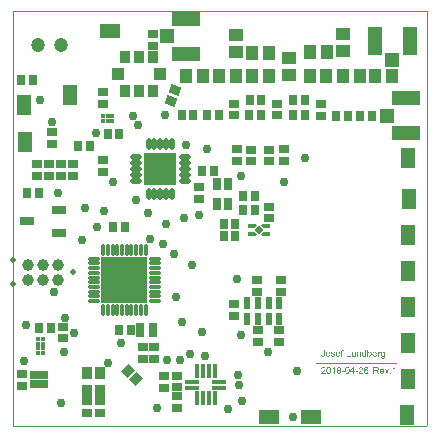
<source format=gts>
G04 Layer_Color=20142*
%FSLAX43Y43*%
%MOMM*%
G71*
G01*
G75*
%ADD67C,0.100*%
%ADD69C,0.500*%
%ADD80R,0.753X1.003*%
%ADD81R,0.603X1.003*%
%ADD82R,0.403X0.403*%
%ADD83C,0.403*%
%ADD84R,0.903X0.753*%
%ADD85R,0.703X0.903*%
%ADD86R,0.903X0.703*%
%ADD87R,1.203X1.803*%
%ADD88R,0.753X0.903*%
%ADD89O,0.403X1.003*%
%ADD90O,1.003X0.403*%
%ADD91R,3.903X3.903*%
%ADD92C,0.990*%
%ADD93R,1.203X0.803*%
%ADD94R,1.803X1.203*%
%ADD95R,0.453X1.203*%
%ADD96R,1.203X0.453*%
%ADD97R,0.903X1.003*%
G04:AMPARAMS|DCode=98|XSize=0.753mm|YSize=0.903mm|CornerRadius=0mm|HoleSize=0mm|Usage=FLASHONLY|Rotation=135.000|XOffset=0mm|YOffset=0mm|HoleType=Round|Shape=Rectangle|*
%AMROTATEDRECTD98*
4,1,4,0.586,0.053,-0.053,-0.586,-0.586,-0.053,0.053,0.586,0.586,0.053,0.0*
%
%ADD98ROTATEDRECTD98*%

%ADD99R,0.703X1.203*%
%ADD100R,0.903X1.103*%
%ADD101R,1.003X1.003*%
%ADD102R,2.803X2.803*%
%ADD103O,1.003X0.453*%
%ADD104O,0.453X1.003*%
G04:AMPARAMS|DCode=105|XSize=0.753mm|YSize=0.903mm|CornerRadius=0mm|HoleSize=0mm|Usage=FLASHONLY|Rotation=250.000|XOffset=0mm|YOffset=0mm|HoleType=Round|Shape=Rectangle|*
%AMROTATEDRECTD105*
4,1,4,-0.296,0.508,0.553,0.199,0.296,-0.508,-0.553,-0.199,-0.296,0.508,0.0*
%
%ADD105ROTATEDRECTD105*%

%ADD106R,1.003X1.203*%
%ADD107R,1.203X1.003*%
%ADD108R,1.253X1.203*%
%ADD109R,2.403X1.253*%
%ADD110R,1.203X1.253*%
%ADD111R,1.253X2.403*%
%ADD112R,0.504X0.724*%
%ADD113R,0.504X0.694*%
G04:AMPARAMS|DCode=114|XSize=0.2mm|YSize=0.15mm|CornerRadius=0mm|HoleSize=0mm|Usage=FLASHONLY|Rotation=225.000|XOffset=0mm|YOffset=0mm|HoleType=Round|Shape=Rectangle|*
%AMROTATEDRECTD114*
4,1,4,0.018,0.124,0.124,0.018,-0.018,-0.124,-0.124,-0.018,0.018,0.124,0.0*
%
%ADD114ROTATEDRECTD114*%

%ADD115R,0.360X0.180*%
%ADD116P,0.325X4X270.0*%
G04:AMPARAMS|DCode=117|XSize=0.355mm|YSize=0.13mm|CornerRadius=0mm|HoleSize=0mm|Usage=FLASHONLY|Rotation=225.000|XOffset=0mm|YOffset=0mm|HoleType=Round|Shape=Rectangle|*
%AMROTATEDRECTD117*
4,1,4,0.080,0.171,0.171,0.080,-0.080,-0.171,-0.171,-0.080,0.080,0.171,0.0*
%
%ADD117ROTATEDRECTD117*%

%ADD118R,0.460X0.130*%
%ADD119R,0.600X0.310*%
G04:AMPARAMS|DCode=120|XSize=0.355mm|YSize=0.13mm|CornerRadius=0mm|HoleSize=0mm|Usage=FLASHONLY|Rotation=135.000|XOffset=0mm|YOffset=0mm|HoleType=Round|Shape=Rectangle|*
%AMROTATEDRECTD120*
4,1,4,0.171,-0.080,0.080,-0.171,-0.171,0.080,-0.080,0.171,0.171,-0.080,0.0*
%
%ADD120ROTATEDRECTD120*%

G04:AMPARAMS|DCode=121|XSize=0.2mm|YSize=0.15mm|CornerRadius=0mm|HoleSize=0mm|Usage=FLASHONLY|Rotation=135.000|XOffset=0mm|YOffset=0mm|HoleType=Round|Shape=Rectangle|*
%AMROTATEDRECTD121*
4,1,4,0.124,-0.018,0.018,-0.124,-0.124,0.018,-0.018,0.124,0.124,-0.018,0.0*
%
%ADD121ROTATEDRECTD121*%

%ADD122P,0.820X4X90.0*%
%ADD123C,1.203*%
%ADD124C,0.753*%
G36*
X66478Y36571D02*
X66484D01*
X66490Y36570D01*
X66506Y36567D01*
X66523Y36563D01*
X66541Y36556D01*
X66560Y36546D01*
X66569Y36541D01*
X66577Y36534D01*
X66578Y36533D01*
X66578Y36532D01*
X66581Y36530D01*
X66583Y36528D01*
X66588Y36523D01*
X66591Y36518D01*
X66600Y36507D01*
X66609Y36492D01*
X66617Y36474D01*
X66625Y36453D01*
X66630Y36430D01*
X66560Y36425D01*
Y36425D01*
X66559Y36426D01*
X66558Y36431D01*
X66555Y36439D01*
X66552Y36448D01*
X66549Y36458D01*
X66544Y36467D01*
X66538Y36476D01*
X66532Y36484D01*
X66531Y36486D01*
X66527Y36489D01*
X66522Y36494D01*
X66513Y36500D01*
X66503Y36504D01*
X66491Y36509D01*
X66477Y36513D01*
X66462Y36514D01*
X66457D01*
X66450Y36514D01*
X66443Y36512D01*
X66433Y36509D01*
X66423Y36506D01*
X66413Y36502D01*
X66403Y36495D01*
X66402Y36495D01*
X66397Y36491D01*
X66392Y36486D01*
X66384Y36477D01*
X66376Y36467D01*
X66367Y36456D01*
X66359Y36441D01*
X66351Y36425D01*
Y36424D01*
X66350Y36422D01*
X66349Y36420D01*
X66347Y36416D01*
X66346Y36411D01*
X66345Y36406D01*
X66343Y36399D01*
X66341Y36391D01*
X66339Y36382D01*
X66337Y36372D01*
X66336Y36361D01*
X66335Y36350D01*
X66333Y36337D01*
X66332Y36323D01*
X66332Y36309D01*
Y36294D01*
X66332Y36295D01*
X66336Y36300D01*
X66341Y36306D01*
X66349Y36314D01*
X66357Y36324D01*
X66368Y36333D01*
X66379Y36342D01*
X66393Y36351D01*
X66393D01*
X66394Y36351D01*
X66399Y36354D01*
X66407Y36356D01*
X66416Y36360D01*
X66428Y36364D01*
X66441Y36366D01*
X66455Y36369D01*
X66470Y36370D01*
X66476D01*
X66481Y36369D01*
X66488Y36368D01*
X66495Y36367D01*
X66503Y36365D01*
X66511Y36363D01*
X66530Y36357D01*
X66540Y36353D01*
X66550Y36347D01*
X66560Y36342D01*
X66570Y36335D01*
X66580Y36327D01*
X66589Y36318D01*
X66590Y36317D01*
X66592Y36315D01*
X66594Y36313D01*
X66597Y36309D01*
X66601Y36303D01*
X66605Y36297D01*
X66609Y36290D01*
X66614Y36281D01*
X66619Y36272D01*
X66623Y36263D01*
X66627Y36251D01*
X66631Y36239D01*
X66634Y36227D01*
X66636Y36213D01*
X66638Y36199D01*
X66639Y36184D01*
Y36184D01*
Y36182D01*
Y36179D01*
Y36175D01*
X66638Y36170D01*
Y36165D01*
X66635Y36152D01*
X66633Y36137D01*
X66629Y36120D01*
X66623Y36102D01*
X66615Y36085D01*
Y36084D01*
X66614Y36083D01*
X66612Y36081D01*
X66611Y36077D01*
X66606Y36069D01*
X66598Y36058D01*
X66589Y36047D01*
X66578Y36035D01*
X66565Y36024D01*
X66551Y36014D01*
X66551D01*
X66550Y36013D01*
X66547Y36012D01*
X66544Y36011D01*
X66536Y36007D01*
X66525Y36002D01*
X66511Y35998D01*
X66495Y35994D01*
X66478Y35991D01*
X66459Y35990D01*
X66455D01*
X66451Y35991D01*
X66444D01*
X66437Y35992D01*
X66429Y35993D01*
X66419Y35996D01*
X66409Y35998D01*
X66397Y36002D01*
X66386Y36006D01*
X66374Y36011D01*
X66362Y36017D01*
X66351Y36025D01*
X66339Y36033D01*
X66327Y36043D01*
X66317Y36054D01*
X66316Y36055D01*
X66314Y36058D01*
X66312Y36061D01*
X66309Y36067D01*
X66304Y36074D01*
X66300Y36082D01*
X66295Y36093D01*
X66290Y36105D01*
X66284Y36119D01*
X66279Y36134D01*
X66275Y36151D01*
X66271Y36170D01*
X66267Y36192D01*
X66264Y36215D01*
X66262Y36239D01*
X66262Y36266D01*
Y36267D01*
Y36267D01*
Y36270D01*
Y36273D01*
X66262Y36281D01*
Y36293D01*
X66263Y36306D01*
X66265Y36322D01*
X66267Y36339D01*
X66269Y36358D01*
X66272Y36377D01*
X66276Y36397D01*
X66281Y36417D01*
X66287Y36437D01*
X66295Y36456D01*
X66303Y36474D01*
X66312Y36491D01*
X66323Y36506D01*
X66323Y36507D01*
X66325Y36509D01*
X66328Y36512D01*
X66332Y36517D01*
X66337Y36522D01*
X66344Y36527D01*
X66352Y36533D01*
X66360Y36539D01*
X66370Y36545D01*
X66381Y36551D01*
X66393Y36556D01*
X66406Y36562D01*
X66420Y36566D01*
X66434Y36569D01*
X66450Y36571D01*
X66467Y36572D01*
X66473D01*
X66478Y36571D01*
D02*
G37*
G36*
X63281D02*
X63292Y36569D01*
X63304Y36567D01*
X63317Y36564D01*
X63331Y36560D01*
X63344Y36553D01*
X63345D01*
X63346Y36552D01*
X63350Y36550D01*
X63357Y36546D01*
X63365Y36540D01*
X63374Y36532D01*
X63384Y36523D01*
X63393Y36512D01*
X63402Y36500D01*
X63403Y36498D01*
X63406Y36494D01*
X63409Y36486D01*
X63415Y36476D01*
X63420Y36463D01*
X63427Y36449D01*
X63432Y36433D01*
X63437Y36415D01*
Y36414D01*
X63438Y36412D01*
X63439Y36410D01*
X63440Y36406D01*
X63441Y36401D01*
X63441Y36395D01*
X63443Y36388D01*
X63444Y36379D01*
X63445Y36370D01*
X63446Y36360D01*
X63447Y36349D01*
X63449Y36337D01*
X63450Y36324D01*
Y36311D01*
X63450Y36296D01*
Y36281D01*
Y36280D01*
Y36277D01*
Y36271D01*
Y36264D01*
X63450Y36255D01*
Y36245D01*
X63449Y36235D01*
X63448Y36223D01*
X63445Y36197D01*
X63441Y36170D01*
X63436Y36143D01*
X63433Y36131D01*
X63429Y36119D01*
Y36118D01*
X63428Y36116D01*
X63427Y36113D01*
X63425Y36109D01*
X63423Y36103D01*
X63420Y36097D01*
X63413Y36083D01*
X63405Y36068D01*
X63394Y36052D01*
X63382Y36037D01*
X63367Y36023D01*
X63366D01*
X63366Y36021D01*
X63363Y36020D01*
X63360Y36018D01*
X63356Y36016D01*
X63352Y36012D01*
X63339Y36007D01*
X63325Y36001D01*
X63307Y35995D01*
X63287Y35992D01*
X63264Y35990D01*
X63256D01*
X63250Y35991D01*
X63244Y35992D01*
X63236Y35993D01*
X63227Y35995D01*
X63217Y35998D01*
X63207Y36001D01*
X63196Y36004D01*
X63185Y36009D01*
X63175Y36015D01*
X63164Y36021D01*
X63153Y36030D01*
X63143Y36039D01*
X63134Y36049D01*
X63134Y36049D01*
X63132Y36052D01*
X63129Y36056D01*
X63125Y36063D01*
X63121Y36070D01*
X63117Y36080D01*
X63111Y36091D01*
X63106Y36105D01*
X63101Y36119D01*
X63097Y36137D01*
X63092Y36156D01*
X63088Y36177D01*
X63083Y36200D01*
X63081Y36225D01*
X63079Y36252D01*
X63078Y36281D01*
Y36281D01*
Y36285D01*
Y36291D01*
Y36297D01*
X63079Y36306D01*
Y36316D01*
X63080Y36327D01*
X63081Y36339D01*
X63083Y36365D01*
X63088Y36392D01*
X63092Y36419D01*
X63096Y36431D01*
X63099Y36444D01*
Y36444D01*
X63100Y36446D01*
X63101Y36449D01*
X63103Y36453D01*
X63105Y36459D01*
X63108Y36465D01*
X63115Y36479D01*
X63123Y36494D01*
X63134Y36509D01*
X63146Y36525D01*
X63161Y36538D01*
X63162D01*
X63162Y36540D01*
X63165Y36542D01*
X63168Y36543D01*
X63172Y36546D01*
X63177Y36549D01*
X63190Y36556D01*
X63204Y36561D01*
X63222Y36567D01*
X63242Y36570D01*
X63264Y36572D01*
X63272D01*
X63281Y36571D01*
D02*
G37*
G36*
X65765Y36171D02*
X65549D01*
Y36241D01*
X65765D01*
Y36171D01*
D02*
G37*
G36*
X67866Y37871D02*
X67872Y37871D01*
X67880Y37869D01*
X67888Y37867D01*
X67897Y37865D01*
X67906Y37861D01*
X67916Y37857D01*
X67926Y37852D01*
X67936Y37847D01*
X67946Y37840D01*
X67956Y37832D01*
X67966Y37823D01*
X67975Y37812D01*
Y37863D01*
X68039D01*
Y37506D01*
Y37505D01*
Y37502D01*
Y37497D01*
Y37490D01*
X68038Y37483D01*
Y37474D01*
X68038Y37464D01*
X68037Y37453D01*
X68034Y37431D01*
X68031Y37408D01*
X68029Y37397D01*
X68026Y37387D01*
X68023Y37378D01*
X68020Y37370D01*
Y37369D01*
X68019Y37369D01*
X68015Y37364D01*
X68011Y37356D01*
X68005Y37347D01*
X67996Y37337D01*
X67985Y37327D01*
X67972Y37316D01*
X67957Y37307D01*
X67956D01*
X67955Y37306D01*
X67953Y37304D01*
X67950Y37304D01*
X67945Y37301D01*
X67940Y37299D01*
X67928Y37295D01*
X67913Y37290D01*
X67895Y37287D01*
X67875Y37284D01*
X67852Y37283D01*
X67845D01*
X67840Y37284D01*
X67834D01*
X67827Y37285D01*
X67819Y37285D01*
X67810Y37287D01*
X67791Y37291D01*
X67771Y37297D01*
X67751Y37305D01*
X67733Y37317D01*
X67732Y37318D01*
X67731Y37318D01*
X67726Y37323D01*
X67719Y37331D01*
X67711Y37341D01*
X67703Y37355D01*
X67695Y37373D01*
X67693Y37383D01*
X67691Y37393D01*
X67689Y37404D01*
Y37416D01*
X67758Y37407D01*
Y37406D01*
X67759Y37402D01*
X67760Y37397D01*
X67762Y37389D01*
X67765Y37382D01*
X67769Y37374D01*
X67774Y37367D01*
X67781Y37361D01*
X67782Y37360D01*
X67786Y37358D01*
X67792Y37355D01*
X67800Y37351D01*
X67810Y37347D01*
X67822Y37344D01*
X67837Y37341D01*
X67852Y37341D01*
X67861D01*
X67869Y37341D01*
X67880Y37343D01*
X67892Y37345D01*
X67904Y37349D01*
X67917Y37354D01*
X67927Y37360D01*
X67928Y37361D01*
X67931Y37364D01*
X67936Y37369D01*
X67942Y37374D01*
X67948Y37383D01*
X67954Y37392D01*
X67959Y37402D01*
X67964Y37415D01*
Y37415D01*
X67964Y37419D01*
X67965Y37425D01*
X67966Y37434D01*
X67967Y37439D01*
Y37446D01*
X67968Y37453D01*
Y37462D01*
Y37471D01*
X67968Y37481D01*
Y37492D01*
Y37504D01*
X67968Y37503D01*
X67966Y37502D01*
X67964Y37499D01*
X67960Y37496D01*
X67956Y37492D01*
X67950Y37487D01*
X67944Y37482D01*
X67937Y37477D01*
X67920Y37467D01*
X67901Y37458D01*
X67890Y37455D01*
X67879Y37452D01*
X67866Y37451D01*
X67854Y37450D01*
X67850D01*
X67846Y37451D01*
X67840D01*
X67833Y37452D01*
X67824Y37453D01*
X67815Y37455D01*
X67806Y37457D01*
X67795Y37461D01*
X67784Y37465D01*
X67773Y37470D01*
X67762Y37476D01*
X67751Y37483D01*
X67741Y37491D01*
X67731Y37500D01*
X67722Y37511D01*
X67721Y37512D01*
X67720Y37513D01*
X67717Y37517D01*
X67714Y37522D01*
X67711Y37528D01*
X67707Y37535D01*
X67703Y37543D01*
X67699Y37553D01*
X67694Y37563D01*
X67690Y37574D01*
X67686Y37586D01*
X67683Y37599D01*
X67677Y37627D01*
X67676Y37643D01*
X67676Y37658D01*
Y37659D01*
Y37661D01*
Y37664D01*
Y37668D01*
X67676Y37674D01*
Y37680D01*
X67678Y37694D01*
X67680Y37711D01*
X67685Y37729D01*
X67689Y37748D01*
X67697Y37767D01*
Y37768D01*
X67698Y37769D01*
X67699Y37772D01*
X67701Y37775D01*
X67706Y37784D01*
X67713Y37796D01*
X67722Y37808D01*
X67732Y37820D01*
X67745Y37833D01*
X67759Y37844D01*
X67759D01*
X67760Y37845D01*
X67763Y37847D01*
X67766Y37848D01*
X67774Y37853D01*
X67786Y37858D01*
X67800Y37863D01*
X67816Y37868D01*
X67834Y37871D01*
X67854Y37872D01*
X67861D01*
X67866Y37871D01*
D02*
G37*
G36*
X66620Y37816D02*
X66621Y37817D01*
X66622Y37819D01*
X66625Y37821D01*
X66629Y37825D01*
X66633Y37829D01*
X66638Y37834D01*
X66644Y37839D01*
X66651Y37844D01*
X66667Y37855D01*
X66686Y37863D01*
X66697Y37867D01*
X66709Y37870D01*
X66721Y37871D01*
X66733Y37872D01*
X66740D01*
X66747Y37871D01*
X66756Y37871D01*
X66767Y37868D01*
X66779Y37866D01*
X66792Y37861D01*
X66805Y37857D01*
X66806Y37856D01*
X66811Y37854D01*
X66817Y37850D01*
X66825Y37845D01*
X66834Y37839D01*
X66843Y37832D01*
X66853Y37823D01*
X66861Y37813D01*
X66862Y37812D01*
X66864Y37808D01*
X66868Y37802D01*
X66873Y37795D01*
X66879Y37785D01*
X66885Y37773D01*
X66890Y37760D01*
X66895Y37746D01*
Y37745D01*
X66896Y37745D01*
X66897Y37742D01*
X66898Y37740D01*
X66899Y37731D01*
X66902Y37721D01*
X66904Y37708D01*
X66907Y37694D01*
X66908Y37679D01*
X66909Y37662D01*
Y37661D01*
Y37657D01*
Y37652D01*
X66908Y37645D01*
X66907Y37636D01*
X66906Y37626D01*
X66904Y37615D01*
X66902Y37602D01*
X66895Y37576D01*
X66891Y37562D01*
X66886Y37549D01*
X66881Y37535D01*
X66873Y37522D01*
X66865Y37510D01*
X66856Y37499D01*
X66855Y37498D01*
X66853Y37496D01*
X66851Y37494D01*
X66847Y37489D01*
X66841Y37485D01*
X66835Y37480D01*
X66829Y37476D01*
X66820Y37470D01*
X66811Y37465D01*
X66802Y37459D01*
X66780Y37450D01*
X66769Y37446D01*
X66756Y37443D01*
X66743Y37442D01*
X66730Y37441D01*
X66727D01*
X66723Y37442D01*
X66718D01*
X66712Y37443D01*
X66704Y37444D01*
X66688Y37448D01*
X66679Y37452D01*
X66670Y37456D01*
X66660Y37461D01*
X66651Y37466D01*
X66641Y37474D01*
X66632Y37482D01*
X66624Y37491D01*
X66616Y37502D01*
Y37450D01*
X66551D01*
Y38019D01*
X66620D01*
Y37816D01*
D02*
G37*
G36*
X64078Y37871D02*
X64085Y37871D01*
X64093Y37869D01*
X64102Y37867D01*
X64113Y37865D01*
X64123Y37862D01*
X64134Y37858D01*
X64145Y37854D01*
X64157Y37848D01*
X64168Y37842D01*
X64180Y37834D01*
X64190Y37825D01*
X64200Y37815D01*
X64201Y37815D01*
X64203Y37813D01*
X64205Y37810D01*
X64208Y37805D01*
X64212Y37799D01*
X64217Y37792D01*
X64222Y37784D01*
X64226Y37774D01*
X64231Y37764D01*
X64236Y37752D01*
X64240Y37739D01*
X64245Y37725D01*
X64248Y37709D01*
X64250Y37693D01*
X64252Y37675D01*
X64253Y37657D01*
Y37656D01*
Y37652D01*
Y37647D01*
X64252Y37638D01*
X63943D01*
Y37638D01*
Y37635D01*
X63944Y37632D01*
Y37627D01*
X63945Y37621D01*
X63947Y37615D01*
X63949Y37600D01*
X63954Y37583D01*
X63961Y37565D01*
X63970Y37549D01*
X63981Y37534D01*
X63982D01*
X63983Y37532D01*
X63988Y37528D01*
X63995Y37522D01*
X64005Y37517D01*
X64018Y37510D01*
X64033Y37504D01*
X64050Y37500D01*
X64059Y37499D01*
X64068Y37499D01*
X64075D01*
X64082Y37499D01*
X64092Y37501D01*
X64101Y37503D01*
X64113Y37507D01*
X64124Y37512D01*
X64134Y37518D01*
X64135Y37519D01*
X64139Y37522D01*
X64144Y37527D01*
X64150Y37534D01*
X64157Y37543D01*
X64164Y37555D01*
X64171Y37568D01*
X64178Y37583D01*
X64250Y37574D01*
Y37573D01*
X64250Y37572D01*
X64249Y37569D01*
X64247Y37564D01*
X64245Y37559D01*
X64242Y37552D01*
X64236Y37538D01*
X64227Y37522D01*
X64216Y37506D01*
X64203Y37490D01*
X64186Y37476D01*
X64185D01*
X64184Y37474D01*
X64181Y37472D01*
X64178Y37470D01*
X64173Y37467D01*
X64168Y37465D01*
X64161Y37462D01*
X64154Y37458D01*
X64146Y37455D01*
X64138Y37452D01*
X64117Y37447D01*
X64094Y37443D01*
X64068Y37441D01*
X64059D01*
X64054Y37442D01*
X64046Y37443D01*
X64037Y37444D01*
X64027Y37446D01*
X64017Y37448D01*
X63994Y37454D01*
X63981Y37459D01*
X63970Y37464D01*
X63957Y37471D01*
X63946Y37478D01*
X63935Y37486D01*
X63924Y37496D01*
X63924Y37497D01*
X63922Y37499D01*
X63920Y37502D01*
X63916Y37507D01*
X63912Y37513D01*
X63908Y37519D01*
X63903Y37527D01*
X63898Y37536D01*
X63893Y37547D01*
X63888Y37559D01*
X63884Y37572D01*
X63880Y37586D01*
X63877Y37601D01*
X63874Y37617D01*
X63873Y37634D01*
X63872Y37652D01*
Y37653D01*
Y37657D01*
Y37662D01*
X63873Y37670D01*
X63873Y37679D01*
X63874Y37689D01*
X63876Y37700D01*
X63878Y37712D01*
X63885Y37738D01*
X63889Y37751D01*
X63894Y37765D01*
X63901Y37778D01*
X63908Y37791D01*
X63916Y37803D01*
X63925Y37815D01*
X63926Y37815D01*
X63928Y37817D01*
X63931Y37820D01*
X63935Y37824D01*
X63940Y37828D01*
X63947Y37833D01*
X63954Y37838D01*
X63963Y37843D01*
X63972Y37849D01*
X63983Y37854D01*
X63994Y37859D01*
X64007Y37863D01*
X64020Y37867D01*
X64034Y37870D01*
X64049Y37871D01*
X64064Y37872D01*
X64073D01*
X64078Y37871D01*
D02*
G37*
G36*
X63236D02*
X63243Y37871D01*
X63251Y37869D01*
X63260Y37867D01*
X63271Y37866D01*
X63293Y37858D01*
X63305Y37854D01*
X63316Y37848D01*
X63328Y37843D01*
X63339Y37834D01*
X63350Y37826D01*
X63361Y37816D01*
X63362Y37815D01*
X63363Y37814D01*
X63366Y37810D01*
X63369Y37806D01*
X63373Y37801D01*
X63378Y37793D01*
X63383Y37785D01*
X63388Y37776D01*
X63393Y37766D01*
X63398Y37754D01*
X63403Y37741D01*
X63407Y37727D01*
X63410Y37713D01*
X63413Y37697D01*
X63414Y37680D01*
X63415Y37662D01*
Y37661D01*
Y37659D01*
Y37655D01*
Y37649D01*
X63414Y37643D01*
X63413Y37634D01*
Y37626D01*
X63412Y37617D01*
X63409Y37596D01*
X63404Y37576D01*
X63399Y37555D01*
X63390Y37536D01*
Y37536D01*
X63390Y37535D01*
X63388Y37532D01*
X63386Y37529D01*
X63380Y37521D01*
X63373Y37511D01*
X63363Y37499D01*
X63351Y37488D01*
X63337Y37476D01*
X63320Y37466D01*
X63320D01*
X63319Y37465D01*
X63316Y37463D01*
X63312Y37462D01*
X63308Y37460D01*
X63303Y37458D01*
X63291Y37453D01*
X63277Y37449D01*
X63259Y37445D01*
X63241Y37442D01*
X63222Y37441D01*
X63213D01*
X63207Y37442D01*
X63199Y37443D01*
X63191Y37444D01*
X63181Y37446D01*
X63171Y37448D01*
X63149Y37454D01*
X63137Y37459D01*
X63125Y37464D01*
X63114Y37471D01*
X63102Y37478D01*
X63092Y37486D01*
X63081Y37496D01*
X63080Y37497D01*
X63078Y37499D01*
X63076Y37502D01*
X63073Y37507D01*
X63069Y37513D01*
X63064Y37519D01*
X63060Y37527D01*
X63055Y37537D01*
X63050Y37548D01*
X63045Y37560D01*
X63041Y37573D01*
X63036Y37587D01*
X63033Y37603D01*
X63031Y37620D01*
X63029Y37638D01*
X63028Y37657D01*
Y37658D01*
Y37661D01*
X63029Y37667D01*
Y37675D01*
X63030Y37685D01*
X63032Y37696D01*
X63033Y37708D01*
X63036Y37721D01*
X63040Y37734D01*
X63044Y37748D01*
X63049Y37763D01*
X63055Y37777D01*
X63062Y37790D01*
X63071Y37803D01*
X63080Y37815D01*
X63092Y37826D01*
X63092Y37827D01*
X63094Y37828D01*
X63097Y37830D01*
X63101Y37833D01*
X63106Y37837D01*
X63113Y37841D01*
X63120Y37845D01*
X63128Y37849D01*
X63137Y37853D01*
X63147Y37857D01*
X63169Y37865D01*
X63194Y37871D01*
X63208Y37871D01*
X63222Y37872D01*
X63230D01*
X63236Y37871D01*
D02*
G37*
G36*
X63785Y36000D02*
X63715D01*
Y36445D01*
X63714Y36444D01*
X63710Y36441D01*
X63705Y36436D01*
X63696Y36430D01*
X63687Y36423D01*
X63676Y36415D01*
X63663Y36406D01*
X63648Y36397D01*
X63647D01*
X63646Y36396D01*
X63641Y36393D01*
X63633Y36388D01*
X63623Y36383D01*
X63612Y36378D01*
X63599Y36372D01*
X63587Y36366D01*
X63575Y36361D01*
Y36429D01*
X63576D01*
X63577Y36430D01*
X63580Y36431D01*
X63585Y36434D01*
X63590Y36436D01*
X63595Y36439D01*
X63609Y36448D01*
X63626Y36457D01*
X63642Y36468D01*
X63659Y36481D01*
X63677Y36495D01*
X63678Y36496D01*
X63678Y36497D01*
X63681Y36500D01*
X63684Y36502D01*
X63692Y36510D01*
X63701Y36520D01*
X63711Y36532D01*
X63722Y36545D01*
X63731Y36558D01*
X63739Y36572D01*
X63785D01*
Y36000D01*
D02*
G37*
G36*
X66025Y36571D02*
X66031Y36570D01*
X66039Y36569D01*
X66049Y36568D01*
X66058Y36566D01*
X66079Y36560D01*
X66100Y36552D01*
X66111Y36547D01*
X66122Y36542D01*
X66132Y36534D01*
X66141Y36526D01*
X66142Y36525D01*
X66143Y36524D01*
X66145Y36521D01*
X66148Y36518D01*
X66152Y36514D01*
X66156Y36508D01*
X66160Y36502D01*
X66165Y36495D01*
X66174Y36479D01*
X66182Y36459D01*
X66185Y36449D01*
X66187Y36438D01*
X66188Y36426D01*
X66189Y36414D01*
Y36412D01*
Y36408D01*
X66188Y36402D01*
X66188Y36393D01*
X66186Y36383D01*
X66183Y36371D01*
X66179Y36359D01*
X66174Y36346D01*
X66174Y36345D01*
X66172Y36341D01*
X66169Y36334D01*
X66164Y36325D01*
X66157Y36315D01*
X66149Y36303D01*
X66139Y36291D01*
X66128Y36277D01*
X66126Y36275D01*
X66122Y36270D01*
X66118Y36266D01*
X66114Y36262D01*
X66109Y36257D01*
X66102Y36250D01*
X66095Y36244D01*
X66087Y36236D01*
X66079Y36228D01*
X66069Y36219D01*
X66058Y36210D01*
X66047Y36199D01*
X66034Y36188D01*
X66021Y36177D01*
X66020Y36176D01*
X66018Y36174D01*
X66015Y36172D01*
X66011Y36169D01*
X66006Y36164D01*
X66000Y36159D01*
X65987Y36148D01*
X65973Y36136D01*
X65960Y36123D01*
X65948Y36113D01*
X65943Y36109D01*
X65939Y36105D01*
X65938Y36104D01*
X65936Y36101D01*
X65932Y36098D01*
X65928Y36093D01*
X65924Y36087D01*
X65919Y36081D01*
X65909Y36067D01*
X66190D01*
Y36000D01*
X65812D01*
Y36001D01*
Y36004D01*
Y36009D01*
X65813Y36016D01*
X65814Y36023D01*
X65816Y36031D01*
X65817Y36040D01*
X65821Y36049D01*
Y36049D01*
X65821Y36050D01*
X65823Y36055D01*
X65826Y36063D01*
X65831Y36072D01*
X65838Y36084D01*
X65846Y36097D01*
X65855Y36110D01*
X65867Y36124D01*
Y36125D01*
X65868Y36126D01*
X65872Y36131D01*
X65880Y36138D01*
X65891Y36149D01*
X65903Y36161D01*
X65918Y36176D01*
X65937Y36193D01*
X65958Y36210D01*
X65959Y36211D01*
X65962Y36213D01*
X65967Y36217D01*
X65973Y36222D01*
X65980Y36229D01*
X65989Y36236D01*
X65998Y36244D01*
X66009Y36253D01*
X66030Y36273D01*
X66050Y36293D01*
X66060Y36303D01*
X66069Y36313D01*
X66077Y36322D01*
X66084Y36331D01*
Y36332D01*
X66086Y36332D01*
X66087Y36335D01*
X66089Y36338D01*
X66095Y36347D01*
X66101Y36358D01*
X66107Y36371D01*
X66113Y36385D01*
X66116Y36401D01*
X66118Y36416D01*
Y36416D01*
Y36417D01*
X66117Y36422D01*
X66116Y36430D01*
X66114Y36439D01*
X66110Y36451D01*
X66104Y36463D01*
X66097Y36474D01*
X66087Y36486D01*
X66086Y36487D01*
X66081Y36490D01*
X66076Y36495D01*
X66067Y36500D01*
X66055Y36505D01*
X66042Y36510D01*
X66026Y36514D01*
X66009Y36514D01*
X66004D01*
X66001Y36514D01*
X65991Y36513D01*
X65979Y36510D01*
X65967Y36507D01*
X65953Y36501D01*
X65940Y36494D01*
X65928Y36484D01*
X65926Y36482D01*
X65923Y36478D01*
X65918Y36472D01*
X65913Y36462D01*
X65907Y36450D01*
X65902Y36435D01*
X65899Y36419D01*
X65897Y36400D01*
X65825Y36407D01*
Y36408D01*
X65826Y36411D01*
Y36415D01*
X65827Y36421D01*
X65829Y36427D01*
X65830Y36435D01*
X65833Y36444D01*
X65835Y36453D01*
X65842Y36472D01*
X65852Y36492D01*
X65858Y36502D01*
X65865Y36512D01*
X65872Y36521D01*
X65881Y36529D01*
X65881Y36530D01*
X65883Y36531D01*
X65886Y36533D01*
X65890Y36536D01*
X65895Y36539D01*
X65900Y36542D01*
X65907Y36546D01*
X65915Y36551D01*
X65924Y36555D01*
X65934Y36559D01*
X65945Y36562D01*
X65956Y36565D01*
X65969Y36568D01*
X65982Y36570D01*
X65996Y36571D01*
X66011Y36572D01*
X66019D01*
X66025Y36571D01*
D02*
G37*
G36*
X65408Y36201D02*
X65486D01*
Y36137D01*
X65408D01*
Y36000D01*
X65338D01*
Y36137D01*
X65091D01*
Y36201D01*
X65351Y36569D01*
X65408D01*
Y36201D01*
D02*
G37*
G36*
X62838Y36571D02*
X62845Y36570D01*
X62853Y36569D01*
X62862Y36568D01*
X62871Y36566D01*
X62892Y36560D01*
X62914Y36552D01*
X62925Y36547D01*
X62935Y36542D01*
X62945Y36534D01*
X62954Y36526D01*
X62955Y36525D01*
X62957Y36524D01*
X62958Y36521D01*
X62962Y36518D01*
X62966Y36514D01*
X62970Y36508D01*
X62974Y36502D01*
X62979Y36495D01*
X62987Y36479D01*
X62995Y36459D01*
X62999Y36449D01*
X63000Y36438D01*
X63002Y36426D01*
X63003Y36414D01*
Y36412D01*
Y36408D01*
X63002Y36402D01*
X63001Y36393D01*
X62999Y36383D01*
X62996Y36371D01*
X62993Y36359D01*
X62988Y36346D01*
X62987Y36345D01*
X62985Y36341D01*
X62982Y36334D01*
X62977Y36325D01*
X62971Y36315D01*
X62962Y36303D01*
X62953Y36291D01*
X62941Y36277D01*
X62939Y36275D01*
X62935Y36270D01*
X62931Y36266D01*
X62927Y36262D01*
X62922Y36257D01*
X62916Y36250D01*
X62909Y36244D01*
X62901Y36236D01*
X62892Y36228D01*
X62883Y36219D01*
X62872Y36210D01*
X62860Y36199D01*
X62847Y36188D01*
X62834Y36177D01*
X62833Y36176D01*
X62832Y36174D01*
X62828Y36172D01*
X62824Y36169D01*
X62819Y36164D01*
X62813Y36159D01*
X62800Y36148D01*
X62786Y36136D01*
X62773Y36123D01*
X62762Y36113D01*
X62757Y36109D01*
X62753Y36105D01*
X62752Y36104D01*
X62749Y36101D01*
X62746Y36098D01*
X62742Y36093D01*
X62738Y36087D01*
X62733Y36081D01*
X62723Y36067D01*
X63004D01*
Y36000D01*
X62626D01*
Y36001D01*
Y36004D01*
Y36009D01*
X62627Y36016D01*
X62627Y36023D01*
X62629Y36031D01*
X62631Y36040D01*
X62634Y36049D01*
Y36049D01*
X62635Y36050D01*
X62637Y36055D01*
X62640Y36063D01*
X62645Y36072D01*
X62651Y36084D01*
X62660Y36097D01*
X62669Y36110D01*
X62680Y36124D01*
Y36125D01*
X62682Y36126D01*
X62686Y36131D01*
X62693Y36138D01*
X62704Y36149D01*
X62716Y36161D01*
X62732Y36176D01*
X62751Y36193D01*
X62771Y36210D01*
X62772Y36211D01*
X62776Y36213D01*
X62781Y36217D01*
X62786Y36222D01*
X62794Y36229D01*
X62803Y36236D01*
X62812Y36244D01*
X62823Y36253D01*
X62843Y36273D01*
X62864Y36293D01*
X62874Y36303D01*
X62883Y36313D01*
X62891Y36322D01*
X62897Y36331D01*
Y36332D01*
X62899Y36332D01*
X62901Y36335D01*
X62902Y36338D01*
X62908Y36347D01*
X62915Y36358D01*
X62920Y36371D01*
X62926Y36385D01*
X62930Y36401D01*
X62931Y36416D01*
Y36416D01*
Y36417D01*
X62930Y36422D01*
X62930Y36430D01*
X62927Y36439D01*
X62924Y36451D01*
X62918Y36463D01*
X62911Y36474D01*
X62901Y36486D01*
X62899Y36487D01*
X62895Y36490D01*
X62889Y36495D01*
X62880Y36500D01*
X62869Y36505D01*
X62855Y36510D01*
X62840Y36514D01*
X62823Y36514D01*
X62818D01*
X62814Y36514D01*
X62804Y36513D01*
X62793Y36510D01*
X62781Y36507D01*
X62767Y36501D01*
X62753Y36494D01*
X62741Y36484D01*
X62739Y36482D01*
X62736Y36478D01*
X62731Y36472D01*
X62726Y36462D01*
X62720Y36450D01*
X62716Y36435D01*
X62712Y36419D01*
X62711Y36400D01*
X62639Y36407D01*
Y36408D01*
X62640Y36411D01*
Y36415D01*
X62641Y36421D01*
X62642Y36427D01*
X62644Y36435D01*
X62646Y36444D01*
X62649Y36453D01*
X62655Y36472D01*
X62665Y36492D01*
X62671Y36502D01*
X62678Y36512D01*
X62686Y36521D01*
X62694Y36529D01*
X62695Y36530D01*
X62697Y36531D01*
X62699Y36533D01*
X62703Y36536D01*
X62708Y36539D01*
X62714Y36542D01*
X62720Y36546D01*
X62729Y36551D01*
X62738Y36555D01*
X62748Y36559D01*
X62758Y36562D01*
X62770Y36565D01*
X62782Y36568D01*
X62795Y36570D01*
X62809Y36571D01*
X62824Y36572D01*
X62832D01*
X62838Y36571D01*
D02*
G37*
G36*
X64615Y36171D02*
X64398D01*
Y36241D01*
X64615D01*
Y36171D01*
D02*
G37*
G36*
X64161Y36571D02*
X64168Y36570D01*
X64175Y36569D01*
X64184Y36569D01*
X64192Y36566D01*
X64212Y36561D01*
X64231Y36554D01*
X64241Y36549D01*
X64251Y36543D01*
X64260Y36536D01*
X64269Y36528D01*
X64270Y36528D01*
X64271Y36527D01*
X64273Y36524D01*
X64277Y36521D01*
X64280Y36516D01*
X64284Y36511D01*
X64292Y36499D01*
X64301Y36483D01*
X64308Y36465D01*
X64314Y36444D01*
X64315Y36434D01*
X64315Y36422D01*
Y36421D01*
Y36421D01*
Y36416D01*
X64315Y36408D01*
X64313Y36399D01*
X64310Y36388D01*
X64306Y36376D01*
X64301Y36365D01*
X64294Y36353D01*
X64293Y36351D01*
X64290Y36348D01*
X64285Y36343D01*
X64278Y36337D01*
X64269Y36329D01*
X64259Y36322D01*
X64246Y36314D01*
X64231Y36308D01*
X64232D01*
X64234Y36307D01*
X64236Y36306D01*
X64240Y36304D01*
X64250Y36300D01*
X64261Y36295D01*
X64273Y36286D01*
X64287Y36277D01*
X64299Y36266D01*
X64310Y36253D01*
Y36252D01*
X64311Y36251D01*
X64315Y36246D01*
X64319Y36238D01*
X64324Y36227D01*
X64329Y36214D01*
X64334Y36198D01*
X64338Y36181D01*
X64338Y36162D01*
Y36161D01*
Y36159D01*
Y36155D01*
X64338Y36150D01*
X64337Y36144D01*
X64336Y36137D01*
X64334Y36128D01*
X64332Y36119D01*
X64326Y36100D01*
X64322Y36090D01*
X64316Y36080D01*
X64310Y36069D01*
X64304Y36059D01*
X64296Y36049D01*
X64287Y36040D01*
X64286Y36039D01*
X64284Y36037D01*
X64282Y36035D01*
X64277Y36032D01*
X64272Y36028D01*
X64266Y36024D01*
X64259Y36020D01*
X64250Y36015D01*
X64241Y36010D01*
X64231Y36006D01*
X64219Y36002D01*
X64208Y35998D01*
X64194Y35995D01*
X64180Y35993D01*
X64166Y35991D01*
X64151Y35990D01*
X64143D01*
X64137Y35991D01*
X64129Y35992D01*
X64121Y35993D01*
X64112Y35994D01*
X64102Y35997D01*
X64080Y36002D01*
X64068Y36007D01*
X64058Y36011D01*
X64046Y36016D01*
X64035Y36023D01*
X64024Y36030D01*
X64014Y36040D01*
X64013Y36040D01*
X64012Y36042D01*
X64009Y36044D01*
X64006Y36049D01*
X64003Y36053D01*
X63998Y36059D01*
X63994Y36066D01*
X63989Y36074D01*
X63984Y36082D01*
X63980Y36092D01*
X63971Y36113D01*
X63968Y36125D01*
X63966Y36137D01*
X63964Y36151D01*
X63963Y36164D01*
Y36165D01*
Y36166D01*
Y36170D01*
X63964Y36173D01*
Y36178D01*
X63965Y36184D01*
X63966Y36197D01*
X63970Y36211D01*
X63975Y36226D01*
X63982Y36242D01*
X63991Y36257D01*
Y36258D01*
X63993Y36258D01*
X63996Y36263D01*
X64003Y36269D01*
X64012Y36277D01*
X64023Y36286D01*
X64037Y36295D01*
X64053Y36302D01*
X64072Y36308D01*
X64071D01*
X64070Y36309D01*
X64068Y36309D01*
X64064Y36311D01*
X64057Y36314D01*
X64047Y36319D01*
X64036Y36326D01*
X64026Y36334D01*
X64016Y36343D01*
X64007Y36353D01*
X64006Y36355D01*
X64003Y36358D01*
X64000Y36365D01*
X63997Y36373D01*
X63993Y36383D01*
X63989Y36396D01*
X63987Y36410D01*
X63986Y36425D01*
Y36425D01*
Y36427D01*
Y36430D01*
X63987Y36435D01*
X63988Y36440D01*
X63989Y36447D01*
X63992Y36461D01*
X63997Y36477D01*
X64005Y36495D01*
X64010Y36504D01*
X64016Y36513D01*
X64023Y36521D01*
X64031Y36529D01*
X64031Y36530D01*
X64033Y36531D01*
X64036Y36533D01*
X64039Y36536D01*
X64043Y36539D01*
X64049Y36542D01*
X64055Y36546D01*
X64062Y36551D01*
X64070Y36555D01*
X64079Y36559D01*
X64089Y36562D01*
X64100Y36565D01*
X64123Y36570D01*
X64136Y36571D01*
X64149Y36572D01*
X64157D01*
X64161Y36571D01*
D02*
G37*
G36*
X64874D02*
X64885Y36569D01*
X64897Y36567D01*
X64910Y36564D01*
X64924Y36560D01*
X64938Y36553D01*
X64938D01*
X64939Y36552D01*
X64943Y36550D01*
X64950Y36546D01*
X64958Y36540D01*
X64967Y36532D01*
X64977Y36523D01*
X64986Y36512D01*
X64995Y36500D01*
X64996Y36498D01*
X64999Y36494D01*
X65003Y36486D01*
X65008Y36476D01*
X65013Y36463D01*
X65020Y36449D01*
X65026Y36433D01*
X65031Y36415D01*
Y36414D01*
X65031Y36412D01*
X65032Y36410D01*
X65033Y36406D01*
X65034Y36401D01*
X65035Y36395D01*
X65036Y36388D01*
X65037Y36379D01*
X65039Y36370D01*
X65040Y36360D01*
X65040Y36349D01*
X65042Y36337D01*
X65043Y36324D01*
Y36311D01*
X65044Y36296D01*
Y36281D01*
Y36280D01*
Y36277D01*
Y36271D01*
Y36264D01*
X65043Y36255D01*
Y36245D01*
X65042Y36235D01*
X65041Y36223D01*
X65039Y36197D01*
X65035Y36170D01*
X65030Y36143D01*
X65026Y36131D01*
X65022Y36119D01*
Y36118D01*
X65021Y36116D01*
X65020Y36113D01*
X65018Y36109D01*
X65017Y36103D01*
X65013Y36097D01*
X65007Y36083D01*
X64998Y36068D01*
X64988Y36052D01*
X64975Y36037D01*
X64961Y36023D01*
X64960D01*
X64959Y36021D01*
X64956Y36020D01*
X64953Y36018D01*
X64949Y36016D01*
X64945Y36012D01*
X64933Y36007D01*
X64918Y36001D01*
X64900Y35995D01*
X64880Y35992D01*
X64858Y35990D01*
X64849D01*
X64844Y35991D01*
X64837Y35992D01*
X64829Y35993D01*
X64820Y35995D01*
X64810Y35998D01*
X64800Y36001D01*
X64789Y36004D01*
X64779Y36009D01*
X64768Y36015D01*
X64757Y36021D01*
X64747Y36030D01*
X64737Y36039D01*
X64728Y36049D01*
X64727Y36049D01*
X64725Y36052D01*
X64723Y36056D01*
X64719Y36063D01*
X64715Y36070D01*
X64710Y36080D01*
X64705Y36091D01*
X64700Y36105D01*
X64695Y36119D01*
X64690Y36137D01*
X64685Y36156D01*
X64681Y36177D01*
X64677Y36200D01*
X64674Y36225D01*
X64673Y36252D01*
X64672Y36281D01*
Y36281D01*
Y36285D01*
Y36291D01*
Y36297D01*
X64673Y36306D01*
Y36316D01*
X64673Y36327D01*
X64674Y36339D01*
X64677Y36365D01*
X64681Y36392D01*
X64686Y36419D01*
X64689Y36431D01*
X64692Y36444D01*
Y36444D01*
X64693Y36446D01*
X64695Y36449D01*
X64696Y36453D01*
X64698Y36459D01*
X64701Y36465D01*
X64708Y36479D01*
X64716Y36494D01*
X64727Y36509D01*
X64739Y36525D01*
X64754Y36538D01*
X64755D01*
X64756Y36540D01*
X64758Y36542D01*
X64761Y36543D01*
X64766Y36546D01*
X64770Y36549D01*
X64783Y36556D01*
X64798Y36561D01*
X64815Y36567D01*
X64835Y36570D01*
X64858Y36572D01*
X64865D01*
X64874Y36571D01*
D02*
G37*
G36*
X67178Y37871D02*
X67184Y37871D01*
X67192Y37869D01*
X67201Y37867D01*
X67212Y37865D01*
X67222Y37862D01*
X67234Y37858D01*
X67244Y37854D01*
X67256Y37848D01*
X67267Y37842D01*
X67279Y37834D01*
X67290Y37825D01*
X67299Y37815D01*
X67300Y37815D01*
X67302Y37813D01*
X67304Y37810D01*
X67308Y37805D01*
X67312Y37799D01*
X67316Y37792D01*
X67321Y37784D01*
X67326Y37774D01*
X67331Y37764D01*
X67336Y37752D01*
X67340Y37739D01*
X67344Y37725D01*
X67347Y37709D01*
X67350Y37693D01*
X67351Y37675D01*
X67352Y37657D01*
Y37656D01*
Y37652D01*
Y37647D01*
X67351Y37638D01*
X67043D01*
Y37638D01*
Y37635D01*
X67043Y37632D01*
Y37627D01*
X67044Y37621D01*
X67046Y37615D01*
X67048Y37600D01*
X67053Y37583D01*
X67060Y37565D01*
X67069Y37549D01*
X67081Y37534D01*
X67081D01*
X67082Y37532D01*
X67087Y37528D01*
X67094Y37522D01*
X67104Y37517D01*
X67118Y37510D01*
X67132Y37504D01*
X67149Y37500D01*
X67158Y37499D01*
X67168Y37499D01*
X67174D01*
X67182Y37499D01*
X67191Y37501D01*
X67201Y37503D01*
X67212Y37507D01*
X67223Y37512D01*
X67234Y37518D01*
X67234Y37519D01*
X67239Y37522D01*
X67243Y37527D01*
X67249Y37534D01*
X67256Y37543D01*
X67263Y37555D01*
X67271Y37568D01*
X67277Y37583D01*
X67350Y37574D01*
Y37573D01*
X67349Y37572D01*
X67348Y37569D01*
X67346Y37564D01*
X67344Y37559D01*
X67341Y37552D01*
X67335Y37538D01*
X67327Y37522D01*
X67315Y37506D01*
X67302Y37490D01*
X67285Y37476D01*
X67285D01*
X67283Y37474D01*
X67280Y37472D01*
X67277Y37470D01*
X67272Y37467D01*
X67267Y37465D01*
X67261Y37462D01*
X67253Y37458D01*
X67245Y37455D01*
X67237Y37452D01*
X67216Y37447D01*
X67193Y37443D01*
X67168Y37441D01*
X67159D01*
X67153Y37442D01*
X67146Y37443D01*
X67136Y37444D01*
X67127Y37446D01*
X67116Y37448D01*
X67093Y37454D01*
X67081Y37459D01*
X67069Y37464D01*
X67057Y37471D01*
X67045Y37478D01*
X67034Y37486D01*
X67024Y37496D01*
X67023Y37497D01*
X67021Y37499D01*
X67019Y37502D01*
X67015Y37507D01*
X67011Y37513D01*
X67007Y37519D01*
X67002Y37527D01*
X66997Y37536D01*
X66992Y37547D01*
X66988Y37559D01*
X66983Y37572D01*
X66979Y37586D01*
X66976Y37601D01*
X66974Y37617D01*
X66972Y37634D01*
X66971Y37652D01*
Y37653D01*
Y37657D01*
Y37662D01*
X66972Y37670D01*
X66973Y37679D01*
X66974Y37689D01*
X66975Y37700D01*
X66978Y37712D01*
X66984Y37738D01*
X66988Y37751D01*
X66993Y37765D01*
X67000Y37778D01*
X67007Y37791D01*
X67015Y37803D01*
X67025Y37815D01*
X67025Y37815D01*
X67027Y37817D01*
X67030Y37820D01*
X67034Y37824D01*
X67039Y37828D01*
X67046Y37833D01*
X67053Y37838D01*
X67062Y37843D01*
X67071Y37849D01*
X67082Y37854D01*
X67094Y37859D01*
X67106Y37863D01*
X67119Y37867D01*
X67133Y37870D01*
X67148Y37871D01*
X67164Y37872D01*
X67172D01*
X67178Y37871D01*
D02*
G37*
G36*
X63650D02*
X63662Y37871D01*
X63675Y37869D01*
X63689Y37866D01*
X63704Y37862D01*
X63718Y37857D01*
X63719D01*
X63720Y37857D01*
X63724Y37855D01*
X63730Y37852D01*
X63738Y37847D01*
X63748Y37842D01*
X63757Y37835D01*
X63765Y37828D01*
X63772Y37820D01*
X63773Y37819D01*
X63775Y37815D01*
X63778Y37810D01*
X63782Y37803D01*
X63786Y37793D01*
X63790Y37782D01*
X63794Y37770D01*
X63797Y37756D01*
X63729Y37747D01*
Y37749D01*
X63728Y37752D01*
X63726Y37758D01*
X63724Y37765D01*
X63720Y37773D01*
X63715Y37781D01*
X63709Y37789D01*
X63701Y37796D01*
X63700Y37797D01*
X63696Y37799D01*
X63692Y37802D01*
X63684Y37806D01*
X63676Y37809D01*
X63665Y37812D01*
X63652Y37814D01*
X63638Y37815D01*
X63630D01*
X63622Y37814D01*
X63611Y37813D01*
X63600Y37810D01*
X63589Y37808D01*
X63578Y37804D01*
X63569Y37798D01*
X63568Y37797D01*
X63566Y37796D01*
X63562Y37792D01*
X63559Y37787D01*
X63555Y37782D01*
X63552Y37776D01*
X63549Y37768D01*
X63548Y37761D01*
Y37760D01*
Y37759D01*
X63549Y37756D01*
Y37753D01*
X63552Y37745D01*
X63557Y37736D01*
X63557Y37736D01*
X63558Y37735D01*
X63560Y37732D01*
X63563Y37730D01*
X63566Y37727D01*
X63571Y37724D01*
X63577Y37722D01*
X63584Y37718D01*
X63585D01*
X63586Y37717D01*
X63590Y37717D01*
X63595Y37714D01*
X63604Y37712D01*
X63614Y37709D01*
X63621Y37707D01*
X63628Y37705D01*
X63636Y37703D01*
X63645Y37700D01*
X63646D01*
X63649Y37699D01*
X63653Y37699D01*
X63658Y37697D01*
X63664Y37695D01*
X63671Y37694D01*
X63687Y37689D01*
X63704Y37684D01*
X63721Y37678D01*
X63737Y37672D01*
X63743Y37670D01*
X63749Y37667D01*
X63751Y37666D01*
X63754Y37665D01*
X63759Y37662D01*
X63766Y37658D01*
X63774Y37653D01*
X63781Y37647D01*
X63789Y37639D01*
X63795Y37631D01*
X63796Y37630D01*
X63798Y37627D01*
X63801Y37622D01*
X63804Y37615D01*
X63807Y37606D01*
X63810Y37596D01*
X63812Y37584D01*
X63813Y37571D01*
Y37569D01*
Y37565D01*
X63812Y37559D01*
X63810Y37550D01*
X63808Y37540D01*
X63803Y37529D01*
X63799Y37517D01*
X63792Y37505D01*
X63791Y37503D01*
X63788Y37500D01*
X63784Y37494D01*
X63777Y37488D01*
X63768Y37480D01*
X63758Y37472D01*
X63747Y37465D01*
X63733Y37457D01*
X63732D01*
X63731Y37457D01*
X63726Y37455D01*
X63718Y37452D01*
X63707Y37449D01*
X63694Y37446D01*
X63679Y37443D01*
X63664Y37442D01*
X63645Y37441D01*
X63638D01*
X63632Y37442D01*
X63626D01*
X63617Y37443D01*
X63609Y37443D01*
X63600Y37445D01*
X63580Y37449D01*
X63560Y37455D01*
X63540Y37463D01*
X63531Y37468D01*
X63523Y37474D01*
X63522Y37475D01*
X63521Y37476D01*
X63516Y37480D01*
X63509Y37488D01*
X63501Y37499D01*
X63492Y37513D01*
X63483Y37530D01*
X63475Y37550D01*
X63469Y37573D01*
X63538Y37584D01*
Y37583D01*
Y37583D01*
X63540Y37578D01*
X63542Y37569D01*
X63545Y37560D01*
X63549Y37550D01*
X63554Y37540D01*
X63562Y37529D01*
X63571Y37520D01*
X63572Y37519D01*
X63576Y37517D01*
X63582Y37513D01*
X63590Y37509D01*
X63601Y37505D01*
X63613Y37502D01*
X63628Y37499D01*
X63645Y37499D01*
X63654D01*
X63662Y37499D01*
X63673Y37501D01*
X63684Y37503D01*
X63696Y37507D01*
X63707Y37511D01*
X63717Y37517D01*
X63718Y37518D01*
X63721Y37521D01*
X63724Y37525D01*
X63729Y37531D01*
X63734Y37537D01*
X63738Y37545D01*
X63740Y37554D01*
X63741Y37564D01*
Y37564D01*
Y37568D01*
X63740Y37572D01*
X63738Y37578D01*
X63736Y37583D01*
X63732Y37589D01*
X63727Y37596D01*
X63720Y37601D01*
X63719Y37601D01*
X63716Y37602D01*
X63712Y37605D01*
X63706Y37607D01*
X63696Y37610D01*
X63690Y37613D01*
X63683Y37615D01*
X63676Y37617D01*
X63668Y37620D01*
X63659Y37622D01*
X63648Y37624D01*
X63647D01*
X63645Y37625D01*
X63641Y37626D01*
X63636Y37628D01*
X63629Y37629D01*
X63622Y37632D01*
X63606Y37636D01*
X63588Y37642D01*
X63571Y37647D01*
X63554Y37652D01*
X63547Y37656D01*
X63541Y37658D01*
X63539Y37659D01*
X63536Y37661D01*
X63531Y37664D01*
X63525Y37668D01*
X63517Y37674D01*
X63510Y37680D01*
X63502Y37688D01*
X63496Y37697D01*
X63495Y37698D01*
X63493Y37701D01*
X63491Y37707D01*
X63488Y37713D01*
X63486Y37722D01*
X63483Y37731D01*
X63482Y37741D01*
X63481Y37753D01*
Y37755D01*
Y37758D01*
X63482Y37763D01*
X63483Y37770D01*
X63484Y37778D01*
X63486Y37787D01*
X63489Y37795D01*
X63493Y37804D01*
X63494Y37805D01*
X63496Y37808D01*
X63498Y37812D01*
X63502Y37818D01*
X63507Y37824D01*
X63513Y37831D01*
X63520Y37838D01*
X63528Y37843D01*
X63529Y37844D01*
X63531Y37845D01*
X63534Y37847D01*
X63539Y37850D01*
X63546Y37853D01*
X63553Y37857D01*
X63562Y37860D01*
X63572Y37863D01*
X63574Y37864D01*
X63577Y37865D01*
X63583Y37866D01*
X63590Y37868D01*
X63599Y37870D01*
X63609Y37871D01*
X63621Y37872D01*
X63641D01*
X63650Y37871D01*
D02*
G37*
G36*
X67797Y36421D02*
X67804Y36421D01*
X67812Y36419D01*
X67821Y36417D01*
X67832Y36415D01*
X67842Y36412D01*
X67853Y36408D01*
X67864Y36404D01*
X67875Y36398D01*
X67887Y36392D01*
X67898Y36384D01*
X67909Y36375D01*
X67919Y36365D01*
X67920Y36365D01*
X67922Y36363D01*
X67924Y36360D01*
X67927Y36355D01*
X67931Y36349D01*
X67936Y36342D01*
X67940Y36334D01*
X67945Y36324D01*
X67950Y36314D01*
X67955Y36302D01*
X67959Y36289D01*
X67963Y36275D01*
X67967Y36259D01*
X67969Y36243D01*
X67971Y36225D01*
X67972Y36207D01*
Y36206D01*
Y36202D01*
Y36197D01*
X67971Y36188D01*
X67662D01*
Y36188D01*
Y36185D01*
X67663Y36182D01*
Y36177D01*
X67664Y36171D01*
X67666Y36165D01*
X67668Y36150D01*
X67673Y36133D01*
X67680Y36115D01*
X67689Y36099D01*
X67700Y36084D01*
X67701D01*
X67702Y36082D01*
X67707Y36078D01*
X67714Y36072D01*
X67724Y36067D01*
X67737Y36060D01*
X67752Y36054D01*
X67768Y36050D01*
X67777Y36049D01*
X67787Y36049D01*
X67794D01*
X67801Y36049D01*
X67810Y36051D01*
X67820Y36053D01*
X67832Y36057D01*
X67843Y36062D01*
X67853Y36068D01*
X67854Y36069D01*
X67858Y36072D01*
X67863Y36077D01*
X67869Y36084D01*
X67875Y36093D01*
X67883Y36105D01*
X67890Y36118D01*
X67897Y36133D01*
X67969Y36124D01*
Y36123D01*
X67968Y36122D01*
X67968Y36119D01*
X67966Y36114D01*
X67963Y36109D01*
X67961Y36102D01*
X67954Y36088D01*
X67946Y36072D01*
X67935Y36056D01*
X67922Y36040D01*
X67905Y36026D01*
X67904D01*
X67903Y36024D01*
X67900Y36022D01*
X67897Y36020D01*
X67892Y36017D01*
X67887Y36015D01*
X67880Y36012D01*
X67873Y36008D01*
X67865Y36005D01*
X67856Y36002D01*
X67836Y35997D01*
X67813Y35993D01*
X67787Y35991D01*
X67778D01*
X67773Y35992D01*
X67765Y35993D01*
X67756Y35994D01*
X67746Y35996D01*
X67736Y35998D01*
X67712Y36004D01*
X67700Y36009D01*
X67689Y36014D01*
X67676Y36021D01*
X67665Y36028D01*
X67654Y36036D01*
X67643Y36046D01*
X67643Y36047D01*
X67641Y36049D01*
X67638Y36052D01*
X67635Y36057D01*
X67631Y36063D01*
X67627Y36069D01*
X67622Y36077D01*
X67617Y36086D01*
X67612Y36097D01*
X67607Y36109D01*
X67603Y36122D01*
X67599Y36136D01*
X67596Y36151D01*
X67593Y36167D01*
X67592Y36184D01*
X67591Y36202D01*
Y36203D01*
Y36207D01*
Y36212D01*
X67592Y36220D01*
X67592Y36229D01*
X67593Y36239D01*
X67595Y36250D01*
X67597Y36262D01*
X67604Y36288D01*
X67608Y36301D01*
X67613Y36315D01*
X67619Y36328D01*
X67627Y36341D01*
X67635Y36353D01*
X67644Y36365D01*
X67645Y36365D01*
X67647Y36367D01*
X67650Y36370D01*
X67654Y36374D01*
X67659Y36378D01*
X67666Y36383D01*
X67673Y36388D01*
X67682Y36393D01*
X67691Y36399D01*
X67702Y36404D01*
X67713Y36409D01*
X67726Y36413D01*
X67739Y36417D01*
X67753Y36420D01*
X67768Y36421D01*
X67783Y36422D01*
X67791D01*
X67797Y36421D01*
D02*
G37*
G36*
X67321Y36569D02*
X67328D01*
X67345Y36568D01*
X67364Y36565D01*
X67383Y36563D01*
X67401Y36559D01*
X67410Y36556D01*
X67418Y36554D01*
X67419D01*
X67420Y36553D01*
X67424Y36551D01*
X67432Y36547D01*
X67441Y36542D01*
X67451Y36534D01*
X67461Y36524D01*
X67471Y36513D01*
X67481Y36500D01*
Y36499D01*
X67482Y36498D01*
X67485Y36493D01*
X67489Y36485D01*
X67494Y36474D01*
X67498Y36462D01*
X67502Y36447D01*
X67504Y36431D01*
X67505Y36414D01*
Y36413D01*
Y36411D01*
Y36408D01*
X67504Y36404D01*
Y36398D01*
X67503Y36393D01*
X67500Y36379D01*
X67495Y36362D01*
X67489Y36345D01*
X67479Y36328D01*
X67472Y36319D01*
X67466Y36311D01*
X67465Y36310D01*
X67464Y36309D01*
X67461Y36307D01*
X67458Y36304D01*
X67454Y36301D01*
X67449Y36298D01*
X67443Y36294D01*
X67436Y36289D01*
X67428Y36285D01*
X67419Y36281D01*
X67409Y36276D01*
X67398Y36272D01*
X67386Y36268D01*
X67373Y36264D01*
X67359Y36262D01*
X67345Y36259D01*
X67346Y36258D01*
X67350Y36257D01*
X67354Y36253D01*
X67361Y36250D01*
X67376Y36241D01*
X67383Y36235D01*
X67390Y36230D01*
X67392Y36229D01*
X67396Y36225D01*
X67402Y36218D01*
X67410Y36210D01*
X67420Y36198D01*
X67430Y36186D01*
X67441Y36171D01*
X67452Y36155D01*
X67550Y36000D01*
X67457D01*
X67382Y36119D01*
Y36119D01*
X67380Y36121D01*
X67378Y36123D01*
X67376Y36127D01*
X67370Y36136D01*
X67363Y36147D01*
X67354Y36160D01*
X67345Y36173D01*
X67336Y36185D01*
X67327Y36197D01*
X67327Y36198D01*
X67324Y36201D01*
X67320Y36206D01*
X67314Y36211D01*
X67302Y36224D01*
X67295Y36230D01*
X67289Y36235D01*
X67288Y36235D01*
X67286Y36236D01*
X67283Y36238D01*
X67278Y36240D01*
X67273Y36243D01*
X67267Y36245D01*
X67254Y36249D01*
X67253D01*
X67252Y36250D01*
X67248D01*
X67244Y36251D01*
X67238Y36252D01*
X67232D01*
X67223Y36253D01*
X67126D01*
Y36000D01*
X67050D01*
Y36569D01*
X67314D01*
X67321Y36569D01*
D02*
G37*
G36*
X67602Y37871D02*
X67611Y37870D01*
X67622Y37866D01*
X67634Y37862D01*
X67647Y37857D01*
X67661Y37849D01*
X67635Y37785D01*
X67634Y37786D01*
X67631Y37787D01*
X67626Y37790D01*
X67620Y37792D01*
X67612Y37795D01*
X67603Y37797D01*
X67594Y37799D01*
X67585Y37800D01*
X67581D01*
X67577Y37799D01*
X67571Y37798D01*
X67565Y37796D01*
X67558Y37794D01*
X67550Y37791D01*
X67544Y37786D01*
X67543Y37785D01*
X67541Y37783D01*
X67538Y37780D01*
X67534Y37776D01*
X67530Y37770D01*
X67526Y37764D01*
X67522Y37756D01*
X67518Y37747D01*
X67518Y37745D01*
X67517Y37741D01*
X67515Y37733D01*
X67513Y37723D01*
X67510Y37711D01*
X67508Y37697D01*
X67508Y37682D01*
X67507Y37666D01*
Y37450D01*
X67437D01*
Y37863D01*
X67500D01*
Y37801D01*
X67501Y37801D01*
X67504Y37807D01*
X67508Y37815D01*
X67515Y37824D01*
X67522Y37833D01*
X67529Y37843D01*
X67536Y37851D01*
X67544Y37857D01*
X67545Y37858D01*
X67547Y37860D01*
X67552Y37862D01*
X67557Y37865D01*
X67564Y37867D01*
X67572Y37870D01*
X67580Y37871D01*
X67589Y37872D01*
X67595D01*
X67602Y37871D01*
D02*
G37*
G36*
X64488Y38029D02*
X64498Y38028D01*
X64510Y38026D01*
X64521Y38024D01*
X64534Y38022D01*
X64524Y37961D01*
X64523D01*
X64520Y37962D01*
X64516Y37963D01*
X64510Y37964D01*
X64504D01*
X64497Y37964D01*
X64482Y37965D01*
X64477D01*
X64472Y37964D01*
X64465Y37964D01*
X64458Y37962D01*
X64450Y37959D01*
X64444Y37956D01*
X64438Y37951D01*
X64437Y37950D01*
X64436Y37949D01*
X64434Y37945D01*
X64431Y37940D01*
X64429Y37933D01*
X64427Y37925D01*
X64426Y37914D01*
X64425Y37901D01*
Y37863D01*
X64505D01*
Y37809D01*
X64425D01*
Y37450D01*
X64355D01*
Y37809D01*
X64293D01*
Y37863D01*
X64355D01*
Y37907D01*
Y37908D01*
Y37908D01*
Y37913D01*
X64356Y37921D01*
Y37930D01*
X64357Y37940D01*
X64358Y37950D01*
X64360Y37960D01*
X64362Y37968D01*
X64363Y37969D01*
X64364Y37973D01*
X64366Y37978D01*
X64370Y37984D01*
X64375Y37991D01*
X64381Y37998D01*
X64389Y38006D01*
X64398Y38012D01*
X64398Y38013D01*
X64403Y38015D01*
X64408Y38018D01*
X64417Y38021D01*
X64426Y38024D01*
X64439Y38027D01*
X64453Y38029D01*
X64469Y38029D01*
X64481D01*
X64488Y38029D01*
D02*
G37*
G36*
X66441Y37450D02*
X66376D01*
Y37502D01*
X66375Y37501D01*
X66374Y37499D01*
X66372Y37496D01*
X66369Y37492D01*
X66365Y37488D01*
X66360Y37483D01*
X66354Y37477D01*
X66346Y37471D01*
X66339Y37466D01*
X66331Y37460D01*
X66321Y37455D01*
X66310Y37451D01*
X66300Y37447D01*
X66287Y37443D01*
X66274Y37442D01*
X66260Y37441D01*
X66255D01*
X66252Y37442D01*
X66242Y37443D01*
X66230Y37444D01*
X66216Y37448D01*
X66201Y37452D01*
X66185Y37459D01*
X66169Y37468D01*
X66169D01*
X66168Y37470D01*
X66163Y37473D01*
X66156Y37480D01*
X66146Y37488D01*
X66136Y37499D01*
X66125Y37512D01*
X66114Y37527D01*
X66105Y37544D01*
Y37545D01*
X66104Y37546D01*
X66104Y37549D01*
X66102Y37552D01*
X66100Y37557D01*
X66098Y37563D01*
X66096Y37569D01*
X66095Y37576D01*
X66090Y37592D01*
X66086Y37611D01*
X66084Y37633D01*
X66083Y37656D01*
Y37657D01*
Y37658D01*
Y37661D01*
Y37666D01*
X66084Y37671D01*
Y37678D01*
X66086Y37693D01*
X66088Y37710D01*
X66092Y37729D01*
X66097Y37749D01*
X66104Y37768D01*
Y37768D01*
X66104Y37770D01*
X66106Y37773D01*
X66108Y37776D01*
X66113Y37785D01*
X66119Y37796D01*
X66128Y37809D01*
X66138Y37821D01*
X66151Y37834D01*
X66165Y37845D01*
X66166D01*
X66167Y37846D01*
X66169Y37847D01*
X66173Y37849D01*
X66181Y37853D01*
X66193Y37859D01*
X66206Y37864D01*
X66221Y37868D01*
X66239Y37871D01*
X66257Y37872D01*
X66263D01*
X66270Y37871D01*
X66279Y37871D01*
X66290Y37868D01*
X66301Y37866D01*
X66313Y37861D01*
X66323Y37856D01*
X66325Y37855D01*
X66328Y37853D01*
X66333Y37849D01*
X66340Y37845D01*
X66348Y37839D01*
X66355Y37832D01*
X66364Y37824D01*
X66371Y37815D01*
Y38019D01*
X66441D01*
Y37450D01*
D02*
G37*
G36*
X65873Y37871D02*
X65882Y37871D01*
X65893Y37869D01*
X65905Y37866D01*
X65917Y37863D01*
X65928Y37858D01*
X65930Y37857D01*
X65933Y37856D01*
X65939Y37853D01*
X65946Y37849D01*
X65954Y37844D01*
X65961Y37838D01*
X65969Y37831D01*
X65975Y37823D01*
X65976Y37822D01*
X65978Y37819D01*
X65980Y37815D01*
X65984Y37809D01*
X65988Y37801D01*
X65991Y37792D01*
X65995Y37782D01*
X65997Y37772D01*
Y37771D01*
X65998Y37768D01*
X65999Y37763D01*
X66000Y37756D01*
Y37746D01*
X66001Y37735D01*
X66002Y37721D01*
Y37703D01*
Y37450D01*
X65932D01*
Y37700D01*
Y37701D01*
Y37702D01*
Y37708D01*
Y37715D01*
X65931Y37724D01*
X65930Y37735D01*
X65928Y37745D01*
X65926Y37755D01*
X65923Y37764D01*
Y37765D01*
X65922Y37768D01*
X65919Y37772D01*
X65917Y37777D01*
X65913Y37782D01*
X65908Y37787D01*
X65901Y37793D01*
X65894Y37798D01*
X65893Y37799D01*
X65891Y37801D01*
X65886Y37802D01*
X65880Y37805D01*
X65873Y37807D01*
X65865Y37810D01*
X65855Y37810D01*
X65845Y37811D01*
X65841D01*
X65838Y37810D01*
X65830Y37810D01*
X65819Y37808D01*
X65807Y37804D01*
X65794Y37799D01*
X65781Y37792D01*
X65769Y37782D01*
X65767Y37781D01*
X65764Y37777D01*
X65761Y37773D01*
X65759Y37769D01*
X65756Y37764D01*
X65753Y37759D01*
X65750Y37752D01*
X65746Y37744D01*
X65744Y37735D01*
X65742Y37725D01*
X65740Y37714D01*
X65738Y37703D01*
X65737Y37689D01*
Y37675D01*
Y37450D01*
X65667D01*
Y37863D01*
X65729D01*
Y37804D01*
X65730Y37805D01*
X65732Y37807D01*
X65734Y37810D01*
X65737Y37815D01*
X65742Y37820D01*
X65748Y37825D01*
X65755Y37832D01*
X65763Y37838D01*
X65771Y37844D01*
X65781Y37851D01*
X65792Y37857D01*
X65803Y37861D01*
X65816Y37866D01*
X65830Y37869D01*
X65844Y37871D01*
X65860Y37872D01*
X65867D01*
X65873Y37871D01*
D02*
G37*
G36*
X68555Y36000D02*
X68475D01*
Y36080D01*
X68555D01*
Y36000D01*
D02*
G37*
G36*
X68921D02*
X68851D01*
Y36445D01*
X68850Y36444D01*
X68846Y36441D01*
X68841Y36436D01*
X68833Y36430D01*
X68823Y36423D01*
X68812Y36415D01*
X68799Y36406D01*
X68784Y36397D01*
X68783D01*
X68782Y36396D01*
X68777Y36393D01*
X68769Y36388D01*
X68759Y36383D01*
X68748Y36378D01*
X68735Y36372D01*
X68723Y36366D01*
X68711Y36361D01*
Y36429D01*
X68712D01*
X68713Y36430D01*
X68716Y36431D01*
X68721Y36434D01*
X68726Y36436D01*
X68731Y36439D01*
X68745Y36448D01*
X68762Y36457D01*
X68778Y36468D01*
X68796Y36481D01*
X68813Y36495D01*
X68814Y36496D01*
X68814Y36497D01*
X68817Y36500D01*
X68820Y36502D01*
X68828Y36510D01*
X68837Y36520D01*
X68847Y36532D01*
X68858Y36545D01*
X68867Y36558D01*
X68875Y36572D01*
X68921D01*
Y36000D01*
D02*
G37*
G36*
X68236D02*
X68169D01*
X68014Y36413D01*
X68088D01*
X68177Y36165D01*
Y36165D01*
X68177Y36164D01*
X68178Y36161D01*
X68179Y36159D01*
X68182Y36151D01*
X68185Y36140D01*
X68189Y36128D01*
X68194Y36114D01*
X68198Y36098D01*
X68203Y36082D01*
X68204Y36084D01*
X68205Y36088D01*
X68207Y36095D01*
X68210Y36105D01*
X68214Y36115D01*
X68218Y36129D01*
X68224Y36144D01*
X68229Y36160D01*
X68321Y36413D01*
X68393D01*
X68236Y36000D01*
D02*
G37*
G36*
X64863Y37517D02*
X65143D01*
Y37450D01*
X64787D01*
Y38019D01*
X64863D01*
Y37517D01*
D02*
G37*
G36*
X62940Y37631D02*
Y37630D01*
Y37628D01*
Y37624D01*
Y37620D01*
X62939Y37613D01*
Y37606D01*
X62938Y37591D01*
X62936Y37573D01*
X62933Y37554D01*
X62928Y37536D01*
X62922Y37520D01*
Y37519D01*
X62921Y37518D01*
X62919Y37513D01*
X62915Y37507D01*
X62909Y37498D01*
X62901Y37489D01*
X62892Y37479D01*
X62880Y37469D01*
X62867Y37461D01*
X62865Y37460D01*
X62860Y37457D01*
X62853Y37454D01*
X62842Y37451D01*
X62829Y37447D01*
X62814Y37443D01*
X62798Y37441D01*
X62780Y37440D01*
X62772D01*
X62767Y37441D01*
X62761Y37442D01*
X62754Y37443D01*
X62737Y37446D01*
X62719Y37451D01*
X62700Y37458D01*
X62690Y37463D01*
X62681Y37469D01*
X62673Y37476D01*
X62665Y37483D01*
X62664Y37484D01*
X62663Y37485D01*
X62661Y37488D01*
X62659Y37491D01*
X62655Y37495D01*
X62652Y37501D01*
X62649Y37508D01*
X62645Y37515D01*
X62641Y37523D01*
X62638Y37533D01*
X62635Y37543D01*
X62632Y37555D01*
X62630Y37567D01*
X62627Y37581D01*
X62627Y37595D01*
Y37610D01*
X62695Y37620D01*
Y37620D01*
Y37618D01*
Y37615D01*
X62696Y37610D01*
X62697Y37605D01*
Y37599D01*
X62699Y37585D01*
X62702Y37570D01*
X62706Y37555D01*
X62711Y37542D01*
X62715Y37536D01*
X62719Y37531D01*
X62720Y37531D01*
X62723Y37528D01*
X62728Y37524D01*
X62734Y37520D01*
X62744Y37515D01*
X62753Y37512D01*
X62766Y37508D01*
X62779Y37508D01*
X62784D01*
X62789Y37508D01*
X62796Y37509D01*
X62804Y37511D01*
X62812Y37513D01*
X62820Y37516D01*
X62828Y37520D01*
X62829Y37521D01*
X62832Y37522D01*
X62835Y37526D01*
X62840Y37529D01*
X62844Y37535D01*
X62849Y37541D01*
X62853Y37547D01*
X62856Y37555D01*
Y37556D01*
X62858Y37559D01*
X62859Y37565D01*
X62860Y37573D01*
X62862Y37583D01*
X62863Y37595D01*
X62864Y37610D01*
Y37627D01*
Y38019D01*
X62940D01*
Y37631D01*
D02*
G37*
G36*
X65557Y37450D02*
X65495D01*
Y37510D01*
X65494Y37509D01*
X65492Y37507D01*
X65490Y37503D01*
X65486Y37499D01*
X65481Y37494D01*
X65475Y37488D01*
X65468Y37482D01*
X65460Y37476D01*
X65451Y37469D01*
X65441Y37463D01*
X65430Y37457D01*
X65419Y37452D01*
X65406Y37448D01*
X65393Y37444D01*
X65378Y37442D01*
X65363Y37441D01*
X65357D01*
X65350Y37442D01*
X65341Y37443D01*
X65330Y37444D01*
X65319Y37447D01*
X65307Y37450D01*
X65295Y37455D01*
X65293Y37456D01*
X65290Y37457D01*
X65284Y37461D01*
X65277Y37465D01*
X65269Y37470D01*
X65262Y37476D01*
X65254Y37482D01*
X65248Y37489D01*
X65247Y37490D01*
X65245Y37494D01*
X65243Y37498D01*
X65240Y37504D01*
X65235Y37512D01*
X65232Y37521D01*
X65229Y37531D01*
X65226Y37541D01*
Y37542D01*
X65226Y37545D01*
X65225Y37550D01*
Y37557D01*
X65224Y37567D01*
X65223Y37578D01*
X65222Y37592D01*
Y37607D01*
Y37863D01*
X65292D01*
Y37634D01*
Y37633D01*
Y37631D01*
Y37629D01*
Y37624D01*
Y37615D01*
X65293Y37604D01*
Y37592D01*
X65294Y37579D01*
X65295Y37569D01*
X65296Y37559D01*
Y37559D01*
X65298Y37555D01*
X65300Y37550D01*
X65302Y37544D01*
X65306Y37537D01*
X65311Y37530D01*
X65317Y37523D01*
X65324Y37517D01*
X65325Y37516D01*
X65328Y37514D01*
X65333Y37512D01*
X65339Y37509D01*
X65347Y37506D01*
X65356Y37503D01*
X65365Y37502D01*
X65377Y37501D01*
X65383D01*
X65388Y37502D01*
X65396Y37503D01*
X65405Y37505D01*
X65415Y37508D01*
X65426Y37512D01*
X65436Y37517D01*
X65438Y37517D01*
X65441Y37520D01*
X65446Y37523D01*
X65452Y37528D01*
X65458Y37535D01*
X65465Y37542D01*
X65471Y37550D01*
X65476Y37560D01*
X65477Y37562D01*
X65477Y37565D01*
X65479Y37572D01*
X65481Y37581D01*
X65484Y37592D01*
X65486Y37606D01*
X65486Y37623D01*
X65487Y37642D01*
Y37863D01*
X65557D01*
Y37450D01*
D02*
G37*
%LPC*%
G36*
X67784Y36365D02*
X67779D01*
X67776Y36364D01*
X67767Y36363D01*
X67756Y36360D01*
X67743Y36356D01*
X67729Y36351D01*
X67716Y36342D01*
X67703Y36332D01*
X67701Y36330D01*
X67698Y36326D01*
X67692Y36318D01*
X67686Y36309D01*
X67680Y36297D01*
X67674Y36282D01*
X67669Y36265D01*
X67666Y36246D01*
X67898D01*
Y36247D01*
Y36249D01*
X67897Y36251D01*
Y36254D01*
X67895Y36264D01*
X67893Y36275D01*
X67889Y36288D01*
X67884Y36300D01*
X67878Y36313D01*
X67870Y36323D01*
Y36324D01*
X67869Y36325D01*
X67865Y36330D01*
X67857Y36337D01*
X67847Y36344D01*
X67835Y36351D01*
X67820Y36358D01*
X67803Y36363D01*
X67794Y36364D01*
X67784Y36365D01*
D02*
G37*
G36*
X67305Y36506D02*
X67126D01*
Y36318D01*
X67295D01*
X67305Y36318D01*
X67317Y36319D01*
X67330Y36320D01*
X67343Y36322D01*
X67356Y36324D01*
X67368Y36328D01*
X67369Y36328D01*
X67373Y36330D01*
X67378Y36332D01*
X67384Y36336D01*
X67392Y36341D01*
X67399Y36346D01*
X67406Y36354D01*
X67412Y36362D01*
X67413Y36363D01*
X67415Y36366D01*
X67417Y36371D01*
X67420Y36378D01*
X67423Y36385D01*
X67425Y36393D01*
X67427Y36403D01*
X67428Y36413D01*
Y36414D01*
Y36415D01*
X67427Y36420D01*
X67426Y36427D01*
X67424Y36437D01*
X67420Y36447D01*
X67415Y36458D01*
X67408Y36469D01*
X67398Y36480D01*
X67396Y36481D01*
X67392Y36484D01*
X67386Y36488D01*
X67375Y36493D01*
X67363Y36498D01*
X67346Y36502D01*
X67327Y36505D01*
X67305Y36506D01*
D02*
G37*
G36*
X66735Y37815D02*
X66723D01*
X66719Y37814D01*
X66710Y37812D01*
X66699Y37810D01*
X66687Y37805D01*
X66674Y37797D01*
X66667Y37793D01*
X66661Y37787D01*
X66654Y37782D01*
X66648Y37774D01*
Y37773D01*
X66646Y37773D01*
X66644Y37770D01*
X66643Y37767D01*
X66640Y37763D01*
X66637Y37758D01*
X66634Y37752D01*
X66631Y37745D01*
X66628Y37737D01*
X66625Y37729D01*
X66622Y37719D01*
X66620Y37709D01*
X66618Y37698D01*
X66616Y37685D01*
X66615Y37673D01*
Y37659D01*
Y37658D01*
Y37656D01*
Y37652D01*
Y37647D01*
X66616Y37641D01*
Y37634D01*
X66617Y37618D01*
X66620Y37601D01*
X66623Y37583D01*
X66628Y37566D01*
X66631Y37559D01*
X66634Y37552D01*
Y37551D01*
X66636Y37550D01*
X66638Y37547D01*
X66640Y37544D01*
X66648Y37535D01*
X66658Y37526D01*
X66671Y37516D01*
X66686Y37507D01*
X66695Y37503D01*
X66704Y37501D01*
X66713Y37499D01*
X66724Y37499D01*
X66728D01*
X66732Y37499D01*
X66741Y37501D01*
X66751Y37503D01*
X66764Y37508D01*
X66777Y37515D01*
X66790Y37525D01*
X66797Y37531D01*
X66803Y37538D01*
Y37539D01*
X66805Y37540D01*
X66806Y37542D01*
X66808Y37545D01*
X66811Y37550D01*
X66814Y37555D01*
X66817Y37561D01*
X66820Y37568D01*
X66823Y37576D01*
X66826Y37584D01*
X66829Y37594D01*
X66832Y37605D01*
X66834Y37616D01*
X66835Y37629D01*
X66837Y37643D01*
Y37657D01*
Y37657D01*
Y37660D01*
Y37664D01*
X66836Y37670D01*
Y37676D01*
X66835Y37685D01*
X66833Y37702D01*
X66829Y37721D01*
X66824Y37741D01*
X66816Y37759D01*
X66811Y37768D01*
X66805Y37776D01*
Y37777D01*
X66803Y37778D01*
X66799Y37782D01*
X66792Y37788D01*
X66783Y37796D01*
X66772Y37802D01*
X66759Y37809D01*
X66743Y37813D01*
X66735Y37815D01*
D02*
G37*
G36*
X66264D02*
X66260D01*
X66257Y37814D01*
X66248Y37813D01*
X66237Y37810D01*
X66225Y37806D01*
X66211Y37798D01*
X66198Y37789D01*
X66192Y37782D01*
X66186Y37776D01*
Y37775D01*
X66184Y37774D01*
X66183Y37772D01*
X66181Y37768D01*
X66179Y37764D01*
X66176Y37759D01*
X66174Y37754D01*
X66170Y37747D01*
X66167Y37739D01*
X66165Y37730D01*
X66162Y37720D01*
X66160Y37709D01*
X66158Y37698D01*
X66156Y37685D01*
X66155Y37671D01*
Y37656D01*
Y37655D01*
Y37652D01*
Y37648D01*
X66156Y37643D01*
Y37636D01*
X66156Y37629D01*
X66159Y37611D01*
X66163Y37592D01*
X66169Y37573D01*
X66177Y37554D01*
X66182Y37545D01*
X66188Y37537D01*
X66188D01*
X66189Y37536D01*
X66193Y37531D01*
X66201Y37525D01*
X66210Y37518D01*
X66221Y37511D01*
X66235Y37504D01*
X66250Y37500D01*
X66258Y37499D01*
X66267Y37499D01*
X66271D01*
X66274Y37499D01*
X66283Y37500D01*
X66294Y37503D01*
X66306Y37508D01*
X66319Y37514D01*
X66332Y37523D01*
X66339Y37529D01*
X66345Y37536D01*
Y37536D01*
X66346Y37537D01*
X66348Y37540D01*
X66350Y37543D01*
X66352Y37547D01*
X66355Y37551D01*
X66358Y37558D01*
X66361Y37564D01*
X66365Y37572D01*
X66367Y37580D01*
X66370Y37590D01*
X66373Y37600D01*
X66374Y37611D01*
X66376Y37623D01*
X66378Y37636D01*
Y37650D01*
Y37651D01*
Y37654D01*
Y37658D01*
X66377Y37664D01*
Y37671D01*
X66376Y37679D01*
X66375Y37688D01*
X66374Y37698D01*
X66369Y37717D01*
X66364Y37738D01*
X66355Y37758D01*
X66351Y37766D01*
X66345Y37774D01*
Y37775D01*
X66343Y37776D01*
X66339Y37781D01*
X66332Y37787D01*
X66323Y37795D01*
X66311Y37802D01*
X66297Y37808D01*
X66281Y37813D01*
X66273Y37814D01*
X66264Y37815D01*
D02*
G37*
G36*
X63222D02*
X63217D01*
X63213Y37814D01*
X63204Y37813D01*
X63191Y37810D01*
X63177Y37805D01*
X63162Y37798D01*
X63148Y37788D01*
X63141Y37782D01*
X63134Y37775D01*
Y37774D01*
X63133Y37773D01*
X63131Y37771D01*
X63129Y37768D01*
X63126Y37764D01*
X63124Y37759D01*
X63120Y37752D01*
X63117Y37745D01*
X63114Y37737D01*
X63111Y37729D01*
X63108Y37719D01*
X63106Y37708D01*
X63103Y37697D01*
X63101Y37685D01*
X63101Y37671D01*
X63100Y37657D01*
Y37656D01*
Y37653D01*
Y37649D01*
X63101Y37643D01*
Y37637D01*
X63101Y37629D01*
X63104Y37612D01*
X63108Y37592D01*
X63115Y37573D01*
X63123Y37554D01*
X63129Y37545D01*
X63134Y37537D01*
X63135D01*
X63136Y37536D01*
X63141Y37531D01*
X63148Y37525D01*
X63158Y37518D01*
X63171Y37511D01*
X63185Y37504D01*
X63203Y37500D01*
X63212Y37499D01*
X63222Y37499D01*
X63227D01*
X63231Y37499D01*
X63240Y37501D01*
X63252Y37503D01*
X63265Y37508D01*
X63280Y37515D01*
X63294Y37525D01*
X63301Y37531D01*
X63308Y37538D01*
X63309Y37539D01*
X63310Y37540D01*
X63311Y37542D01*
X63314Y37545D01*
X63316Y37550D01*
X63320Y37555D01*
X63323Y37561D01*
X63326Y37568D01*
X63329Y37576D01*
X63332Y37585D01*
X63335Y37595D01*
X63338Y37606D01*
X63340Y37618D01*
X63342Y37630D01*
X63343Y37644D01*
Y37659D01*
Y37660D01*
Y37662D01*
Y37666D01*
X63343Y37671D01*
Y37678D01*
X63342Y37685D01*
X63339Y37703D01*
X63335Y37721D01*
X63329Y37741D01*
X63320Y37759D01*
X63315Y37768D01*
X63308Y37775D01*
Y37776D01*
X63306Y37777D01*
X63301Y37782D01*
X63294Y37787D01*
X63284Y37795D01*
X63272Y37802D01*
X63257Y37809D01*
X63241Y37813D01*
X63232Y37814D01*
X63222Y37815D01*
D02*
G37*
G36*
X67164D02*
X67160D01*
X67156Y37814D01*
X67147Y37813D01*
X67136Y37810D01*
X67123Y37806D01*
X67109Y37801D01*
X67096Y37792D01*
X67083Y37782D01*
X67081Y37780D01*
X67078Y37776D01*
X67072Y37768D01*
X67067Y37759D01*
X67060Y37747D01*
X67054Y37732D01*
X67049Y37715D01*
X67047Y37696D01*
X67278D01*
Y37697D01*
Y37699D01*
X67277Y37701D01*
Y37704D01*
X67276Y37714D01*
X67273Y37725D01*
X67269Y37738D01*
X67265Y37750D01*
X67258Y37763D01*
X67251Y37773D01*
Y37774D01*
X67249Y37775D01*
X67245Y37780D01*
X67238Y37787D01*
X67228Y37794D01*
X67215Y37801D01*
X67201Y37808D01*
X67183Y37813D01*
X67174Y37814D01*
X67164Y37815D01*
D02*
G37*
G36*
X64065D02*
X64060D01*
X64057Y37814D01*
X64048Y37813D01*
X64037Y37810D01*
X64024Y37806D01*
X64010Y37801D01*
X63997Y37792D01*
X63984Y37782D01*
X63982Y37780D01*
X63979Y37776D01*
X63973Y37768D01*
X63967Y37759D01*
X63961Y37747D01*
X63955Y37732D01*
X63950Y37715D01*
X63947Y37696D01*
X64179D01*
Y37697D01*
Y37699D01*
X64178Y37701D01*
Y37704D01*
X64176Y37714D01*
X64174Y37725D01*
X64170Y37738D01*
X64166Y37750D01*
X64159Y37763D01*
X64152Y37773D01*
Y37774D01*
X64150Y37775D01*
X64146Y37780D01*
X64138Y37787D01*
X64129Y37794D01*
X64116Y37801D01*
X64101Y37808D01*
X64084Y37813D01*
X64075Y37814D01*
X64065Y37815D01*
D02*
G37*
G36*
X67868D02*
X67855D01*
X67852Y37814D01*
X67843Y37813D01*
X67832Y37810D01*
X67819Y37806D01*
X67806Y37798D01*
X67792Y37789D01*
X67786Y37782D01*
X67779Y37776D01*
Y37775D01*
X67778Y37774D01*
X67776Y37772D01*
X67774Y37768D01*
X67772Y37765D01*
X67769Y37760D01*
X67766Y37755D01*
X67764Y37748D01*
X67760Y37741D01*
X67757Y37731D01*
X67755Y37722D01*
X67752Y37713D01*
X67750Y37701D01*
X67749Y37689D01*
X67747Y37677D01*
Y37663D01*
Y37662D01*
Y37660D01*
Y37656D01*
X67748Y37650D01*
Y37643D01*
X67749Y37635D01*
X67751Y37618D01*
X67755Y37598D01*
X67760Y37579D01*
X67769Y37560D01*
X67773Y37552D01*
X67779Y37545D01*
X67781Y37543D01*
X67785Y37539D01*
X67792Y37533D01*
X67801Y37527D01*
X67813Y37519D01*
X67827Y37513D01*
X67843Y37509D01*
X67851Y37508D01*
X67860Y37508D01*
X67865D01*
X67868Y37508D01*
X67877Y37509D01*
X67889Y37513D01*
X67901Y37517D01*
X67915Y37523D01*
X67928Y37532D01*
X67935Y37538D01*
X67941Y37545D01*
Y37545D01*
X67943Y37546D01*
X67945Y37549D01*
X67946Y37552D01*
X67949Y37555D01*
X67952Y37560D01*
X67954Y37566D01*
X67958Y37573D01*
X67961Y37581D01*
X67964Y37589D01*
X67967Y37599D01*
X67969Y37610D01*
X67971Y37620D01*
X67973Y37633D01*
X67974Y37647D01*
Y37661D01*
Y37661D01*
Y37664D01*
Y37668D01*
X67973Y37673D01*
Y37680D01*
X67973Y37687D01*
X67970Y37703D01*
X67966Y37722D01*
X67960Y37741D01*
X67952Y37760D01*
X67946Y37768D01*
X67940Y37776D01*
Y37777D01*
X67939Y37778D01*
X67935Y37782D01*
X67927Y37788D01*
X67917Y37796D01*
X67906Y37802D01*
X67892Y37809D01*
X67876Y37813D01*
X67868Y37815D01*
D02*
G37*
G36*
X64857Y36514D02*
X64852D01*
X64849Y36514D01*
X64840Y36512D01*
X64829Y36509D01*
X64817Y36504D01*
X64803Y36497D01*
X64797Y36492D01*
X64790Y36487D01*
X64784Y36481D01*
X64779Y36473D01*
Y36472D01*
X64777Y36471D01*
X64775Y36467D01*
X64773Y36463D01*
X64770Y36457D01*
X64767Y36449D01*
X64765Y36440D01*
X64761Y36430D01*
X64758Y36417D01*
X64755Y36403D01*
X64752Y36388D01*
X64749Y36370D01*
X64747Y36351D01*
X64745Y36329D01*
X64744Y36306D01*
X64743Y36281D01*
Y36279D01*
Y36275D01*
Y36267D01*
X64744Y36258D01*
Y36247D01*
X64745Y36234D01*
X64746Y36220D01*
X64747Y36205D01*
X64752Y36173D01*
X64754Y36157D01*
X64757Y36142D01*
X64761Y36128D01*
X64766Y36115D01*
X64770Y36104D01*
X64776Y36094D01*
Y36093D01*
X64778Y36092D01*
X64782Y36086D01*
X64789Y36079D01*
X64798Y36071D01*
X64811Y36063D01*
X64825Y36055D01*
X64840Y36049D01*
X64849Y36049D01*
X64858Y36048D01*
X64863D01*
X64866Y36049D01*
X64874Y36050D01*
X64886Y36053D01*
X64898Y36059D01*
X64912Y36067D01*
X64919Y36072D01*
X64925Y36079D01*
X64932Y36086D01*
X64938Y36094D01*
Y36095D01*
X64940Y36096D01*
X64942Y36099D01*
X64943Y36103D01*
X64947Y36109D01*
X64949Y36116D01*
X64952Y36124D01*
X64956Y36134D01*
X64958Y36146D01*
X64961Y36160D01*
X64965Y36175D01*
X64967Y36192D01*
X64969Y36211D01*
X64970Y36232D01*
X64972Y36255D01*
Y36281D01*
Y36281D01*
Y36282D01*
Y36286D01*
Y36294D01*
X64971Y36304D01*
Y36314D01*
X64970Y36328D01*
X64970Y36342D01*
X64968Y36357D01*
X64964Y36388D01*
X64961Y36404D01*
X64958Y36419D01*
X64955Y36433D01*
X64950Y36446D01*
X64945Y36458D01*
X64939Y36467D01*
Y36468D01*
X64938Y36469D01*
X64936Y36472D01*
X64933Y36475D01*
X64926Y36482D01*
X64917Y36491D01*
X64905Y36500D01*
X64891Y36507D01*
X64883Y36510D01*
X64875Y36513D01*
X64866Y36514D01*
X64857Y36514D01*
D02*
G37*
G36*
X64148Y36278D02*
X64143D01*
X64140Y36277D01*
X64131Y36277D01*
X64119Y36274D01*
X64106Y36270D01*
X64093Y36264D01*
X64079Y36256D01*
X64067Y36245D01*
X64065Y36244D01*
X64062Y36239D01*
X64057Y36232D01*
X64051Y36223D01*
X64045Y36211D01*
X64040Y36197D01*
X64036Y36181D01*
X64035Y36164D01*
Y36162D01*
Y36159D01*
X64036Y36153D01*
X64036Y36146D01*
X64038Y36137D01*
X64040Y36127D01*
X64044Y36117D01*
X64048Y36106D01*
X64049Y36105D01*
X64050Y36101D01*
X64054Y36096D01*
X64059Y36091D01*
X64064Y36083D01*
X64072Y36076D01*
X64080Y36069D01*
X64090Y36063D01*
X64092Y36062D01*
X64095Y36060D01*
X64101Y36058D01*
X64108Y36055D01*
X64117Y36053D01*
X64128Y36050D01*
X64139Y36049D01*
X64151Y36048D01*
X64156D01*
X64159Y36049D01*
X64169Y36049D01*
X64180Y36052D01*
X64194Y36056D01*
X64208Y36061D01*
X64221Y36069D01*
X64234Y36080D01*
X64236Y36081D01*
X64239Y36086D01*
X64245Y36093D01*
X64250Y36102D01*
X64256Y36114D01*
X64262Y36128D01*
X64265Y36144D01*
X64267Y36161D01*
Y36162D01*
Y36164D01*
Y36166D01*
X64266Y36170D01*
X64265Y36179D01*
X64263Y36191D01*
X64259Y36203D01*
X64253Y36217D01*
X64245Y36231D01*
X64233Y36244D01*
X64231Y36246D01*
X64227Y36249D01*
X64220Y36255D01*
X64210Y36262D01*
X64198Y36267D01*
X64183Y36273D01*
X64166Y36277D01*
X64148Y36278D01*
D02*
G37*
G36*
X63264Y36514D02*
X63259D01*
X63255Y36514D01*
X63246Y36512D01*
X63236Y36509D01*
X63223Y36504D01*
X63210Y36497D01*
X63204Y36492D01*
X63197Y36487D01*
X63191Y36481D01*
X63185Y36473D01*
Y36472D01*
X63184Y36471D01*
X63182Y36467D01*
X63180Y36463D01*
X63177Y36457D01*
X63174Y36449D01*
X63171Y36440D01*
X63168Y36430D01*
X63165Y36417D01*
X63162Y36403D01*
X63158Y36388D01*
X63156Y36370D01*
X63153Y36351D01*
X63152Y36329D01*
X63151Y36306D01*
X63150Y36281D01*
Y36279D01*
Y36275D01*
Y36267D01*
X63151Y36258D01*
Y36247D01*
X63152Y36234D01*
X63153Y36220D01*
X63154Y36205D01*
X63158Y36173D01*
X63161Y36157D01*
X63164Y36142D01*
X63167Y36128D01*
X63172Y36115D01*
X63177Y36104D01*
X63183Y36094D01*
Y36093D01*
X63185Y36092D01*
X63189Y36086D01*
X63196Y36079D01*
X63205Y36071D01*
X63218Y36063D01*
X63232Y36055D01*
X63247Y36049D01*
X63255Y36049D01*
X63264Y36048D01*
X63269D01*
X63273Y36049D01*
X63281Y36050D01*
X63292Y36053D01*
X63305Y36059D01*
X63319Y36067D01*
X63325Y36072D01*
X63332Y36079D01*
X63339Y36086D01*
X63345Y36094D01*
Y36095D01*
X63347Y36096D01*
X63348Y36099D01*
X63350Y36103D01*
X63353Y36109D01*
X63356Y36116D01*
X63359Y36124D01*
X63362Y36134D01*
X63365Y36146D01*
X63368Y36160D01*
X63371Y36175D01*
X63374Y36192D01*
X63376Y36211D01*
X63377Y36232D01*
X63379Y36255D01*
Y36281D01*
Y36281D01*
Y36282D01*
Y36286D01*
Y36294D01*
X63378Y36304D01*
Y36314D01*
X63377Y36328D01*
X63376Y36342D01*
X63375Y36357D01*
X63371Y36388D01*
X63368Y36404D01*
X63365Y36419D01*
X63362Y36433D01*
X63357Y36446D01*
X63352Y36458D01*
X63346Y36467D01*
Y36468D01*
X63344Y36469D01*
X63343Y36472D01*
X63340Y36475D01*
X63333Y36482D01*
X63324Y36491D01*
X63311Y36500D01*
X63297Y36507D01*
X63290Y36510D01*
X63282Y36513D01*
X63273Y36514D01*
X63264Y36514D01*
D02*
G37*
G36*
X64151D02*
X64144D01*
X64137Y36513D01*
X64127Y36511D01*
X64116Y36508D01*
X64105Y36504D01*
X64094Y36497D01*
X64083Y36488D01*
X64082Y36487D01*
X64079Y36484D01*
X64075Y36478D01*
X64071Y36471D01*
X64066Y36462D01*
X64062Y36451D01*
X64059Y36439D01*
X64058Y36426D01*
Y36425D01*
Y36425D01*
X64059Y36420D01*
X64059Y36412D01*
X64061Y36403D01*
X64064Y36393D01*
X64068Y36382D01*
X64075Y36370D01*
X64083Y36360D01*
X64084Y36360D01*
X64088Y36356D01*
X64094Y36352D01*
X64101Y36348D01*
X64111Y36343D01*
X64123Y36339D01*
X64136Y36336D01*
X64151Y36335D01*
X64152D01*
X64157Y36336D01*
X64165Y36337D01*
X64175Y36338D01*
X64185Y36342D01*
X64196Y36346D01*
X64208Y36352D01*
X64217Y36360D01*
X64218Y36361D01*
X64222Y36365D01*
X64226Y36370D01*
X64231Y36378D01*
X64236Y36387D01*
X64240Y36397D01*
X64243Y36410D01*
X64244Y36423D01*
Y36424D01*
Y36425D01*
Y36430D01*
X64242Y36437D01*
X64240Y36446D01*
X64237Y36456D01*
X64232Y36467D01*
X64226Y36477D01*
X64217Y36488D01*
X64216Y36489D01*
X64212Y36492D01*
X64206Y36496D01*
X64199Y36501D01*
X64189Y36506D01*
X64178Y36510D01*
X64165Y36514D01*
X64151Y36514D01*
D02*
G37*
G36*
X65338Y36456D02*
X65159Y36201D01*
X65338D01*
Y36456D01*
D02*
G37*
G36*
X66456Y36308D02*
X66451D01*
X66448Y36307D01*
X66439Y36306D01*
X66428Y36304D01*
X66416Y36300D01*
X66402Y36293D01*
X66388Y36285D01*
X66375Y36273D01*
X66374Y36272D01*
X66370Y36267D01*
X66365Y36260D01*
X66359Y36249D01*
X66353Y36237D01*
X66347Y36221D01*
X66344Y36204D01*
X66342Y36184D01*
Y36183D01*
Y36179D01*
X66343Y36171D01*
X66344Y36162D01*
X66346Y36151D01*
X66349Y36140D01*
X66352Y36128D01*
X66357Y36115D01*
X66358Y36114D01*
X66360Y36109D01*
X66364Y36104D01*
X66369Y36096D01*
X66374Y36089D01*
X66382Y36080D01*
X66390Y36072D01*
X66400Y36065D01*
X66402Y36064D01*
X66405Y36063D01*
X66411Y36059D01*
X66418Y36057D01*
X66426Y36053D01*
X66436Y36050D01*
X66447Y36049D01*
X66458Y36048D01*
X66462D01*
X66466Y36049D01*
X66474Y36049D01*
X66485Y36052D01*
X66496Y36057D01*
X66509Y36063D01*
X66523Y36072D01*
X66529Y36077D01*
X66535Y36083D01*
Y36084D01*
X66537Y36085D01*
X66540Y36090D01*
X66545Y36098D01*
X66551Y36109D01*
X66557Y36123D01*
X66562Y36139D01*
X66565Y36158D01*
X66567Y36180D01*
Y36181D01*
Y36183D01*
Y36186D01*
X66566Y36190D01*
Y36195D01*
X66565Y36201D01*
X66563Y36214D01*
X66560Y36229D01*
X66554Y36244D01*
X66546Y36259D01*
X66535Y36273D01*
X66533Y36275D01*
X66529Y36279D01*
X66523Y36284D01*
X66513Y36291D01*
X66502Y36297D01*
X66489Y36302D01*
X66473Y36306D01*
X66456Y36308D01*
D02*
G37*
%LPD*%
D67*
X62230Y36906D02*
X68986D01*
X71527Y31575D02*
X71575Y31623D01*
X36575Y66725D02*
X71600D01*
X36576Y31623D02*
Y66725D01*
X36576Y31575D02*
X71527D01*
X71600Y31623D02*
Y66725D01*
D69*
X36576Y43561D02*
D03*
Y45593D02*
D03*
X41656Y44577D02*
D03*
D80*
X54737Y50396D02*
D03*
Y52096D02*
D03*
X53787D02*
D03*
Y50396D02*
D03*
D81*
X56384Y41950D02*
D03*
X57284D02*
D03*
X58184D02*
D03*
X59084D02*
D03*
X56384Y40650D02*
D03*
X57284D02*
D03*
X58184D02*
D03*
X59084D02*
D03*
D82*
X44958Y57804D02*
D03*
Y57404D02*
D03*
X44558Y57804D02*
D03*
Y57404D02*
D03*
X44158Y57804D02*
D03*
Y57404D02*
D03*
D83*
X39062Y37754D02*
D03*
X38662D02*
D03*
X39062Y38154D02*
D03*
X38662D02*
D03*
X39062Y38554D02*
D03*
X38662D02*
D03*
X39062Y38954D02*
D03*
X38662D02*
D03*
D84*
X39878Y55474D02*
D03*
Y56474D02*
D03*
X52324Y50800D02*
D03*
Y51800D02*
D03*
X58182Y53975D02*
D03*
Y54975D02*
D03*
X56658Y53975D02*
D03*
Y54975D02*
D03*
X59207Y42951D02*
D03*
Y43951D02*
D03*
X57175Y42951D02*
D03*
Y43951D02*
D03*
X59084Y39726D02*
D03*
Y38726D02*
D03*
X57302Y38710D02*
D03*
Y39710D02*
D03*
X49327Y34773D02*
D03*
Y35773D02*
D03*
X43917Y33655D02*
D03*
Y32655D02*
D03*
X42774Y33655D02*
D03*
Y32655D02*
D03*
D85*
X64925Y57850D02*
D03*
X63925D02*
D03*
X61225Y57875D02*
D03*
X60225D02*
D03*
X57550D02*
D03*
X56550D02*
D03*
X53950D02*
D03*
X52950D02*
D03*
X54372Y48641D02*
D03*
X55372D02*
D03*
X50825Y57875D02*
D03*
X51825D02*
D03*
X45558Y56334D02*
D03*
X44558D02*
D03*
X66950Y57850D02*
D03*
X65950D02*
D03*
X61225Y59150D02*
D03*
X60225D02*
D03*
X53550Y53175D02*
D03*
X52550D02*
D03*
X57575Y59200D02*
D03*
X56575D02*
D03*
X42053Y55321D02*
D03*
X43053D02*
D03*
X54372Y47625D02*
D03*
X55372D02*
D03*
X56000Y49900D02*
D03*
X57000D02*
D03*
X45025Y48463D02*
D03*
X46025D02*
D03*
X38211Y60833D02*
D03*
X37211D02*
D03*
X39735Y39878D02*
D03*
X38735D02*
D03*
X45533Y39700D02*
D03*
X46533D02*
D03*
D86*
X44196Y53102D02*
D03*
Y54102D02*
D03*
X62625Y57850D02*
D03*
Y58850D02*
D03*
X58875Y57875D02*
D03*
Y58875D02*
D03*
X55225Y57875D02*
D03*
Y58875D02*
D03*
X59452Y53991D02*
D03*
Y54991D02*
D03*
X55515Y53991D02*
D03*
Y54991D02*
D03*
X58250Y50149D02*
D03*
Y49149D02*
D03*
X55270Y41894D02*
D03*
Y40894D02*
D03*
X50470Y34839D02*
D03*
Y35839D02*
D03*
Y34096D02*
D03*
Y33096D02*
D03*
X48514Y38236D02*
D03*
Y37236D02*
D03*
X47549Y38236D02*
D03*
Y37236D02*
D03*
X40767Y39989D02*
D03*
Y38989D02*
D03*
X44196Y58817D02*
D03*
Y59817D02*
D03*
X48387Y63745D02*
D03*
Y64745D02*
D03*
X37313Y36001D02*
D03*
Y35001D02*
D03*
X41656Y52721D02*
D03*
Y53721D02*
D03*
X40640Y52721D02*
D03*
Y53721D02*
D03*
X39624Y52721D02*
D03*
Y53721D02*
D03*
X38608Y52721D02*
D03*
Y53721D02*
D03*
D87*
X69925Y32525D02*
D03*
X70025Y54300D02*
D03*
X70000Y35550D02*
D03*
Y44700D02*
D03*
Y47749D02*
D03*
Y38600D02*
D03*
X70050Y50800D02*
D03*
X41402Y59588D02*
D03*
X37550Y55600D02*
D03*
X37500Y58725D02*
D03*
X70002Y41656D02*
D03*
D88*
X57050Y51050D02*
D03*
X56050D02*
D03*
X37719Y51283D02*
D03*
X38719D02*
D03*
D89*
X47774Y46492D02*
D03*
X47374D02*
D03*
X46974D02*
D03*
X46574D02*
D03*
X46174D02*
D03*
X45774D02*
D03*
X45374D02*
D03*
X44974D02*
D03*
X44574D02*
D03*
X44174D02*
D03*
Y41392D02*
D03*
X44574D02*
D03*
X44974D02*
D03*
X45374D02*
D03*
X45774D02*
D03*
X46174D02*
D03*
X46574D02*
D03*
X46974D02*
D03*
X47374D02*
D03*
X47774D02*
D03*
D90*
X43424Y45742D02*
D03*
Y45342D02*
D03*
Y44942D02*
D03*
Y44542D02*
D03*
Y44142D02*
D03*
Y43742D02*
D03*
Y43342D02*
D03*
Y42942D02*
D03*
Y42542D02*
D03*
Y42142D02*
D03*
X48524D02*
D03*
Y42542D02*
D03*
Y42942D02*
D03*
Y43342D02*
D03*
Y43742D02*
D03*
Y44142D02*
D03*
Y44542D02*
D03*
Y44942D02*
D03*
Y45342D02*
D03*
Y45742D02*
D03*
D91*
X45974Y43942D02*
D03*
D92*
X40386D02*
D03*
X37846D02*
D03*
Y45212D02*
D03*
X39116Y43942D02*
D03*
Y45212D02*
D03*
X40386D02*
D03*
D93*
X37766Y48895D02*
D03*
X40466Y49845D02*
D03*
Y47945D02*
D03*
D94*
X44780Y65024D02*
D03*
X58242Y32360D02*
D03*
X61747Y32334D02*
D03*
D95*
X52107Y36202D02*
D03*
X52607D02*
D03*
X53107D02*
D03*
X53607D02*
D03*
X52107Y33952D02*
D03*
X52607D02*
D03*
X53107D02*
D03*
X53607D02*
D03*
D96*
X51732Y35327D02*
D03*
X53982D02*
D03*
X51732Y34827D02*
D03*
X53982D02*
D03*
D97*
X42774Y34568D02*
D03*
Y36068D02*
D03*
X43917Y34568D02*
D03*
Y36068D02*
D03*
D98*
X46957Y35517D02*
D03*
X46250Y36224D02*
D03*
D99*
X48387Y39675D02*
D03*
X47287D02*
D03*
D100*
X47193Y59896D02*
D03*
X48393D02*
D03*
X45993D02*
D03*
Y62796D02*
D03*
X47193D02*
D03*
X48393D02*
D03*
D101*
X48993Y61346D02*
D03*
X45393D02*
D03*
D102*
X49022Y53340D02*
D03*
D103*
X51122Y54340D02*
D03*
Y53840D02*
D03*
Y53340D02*
D03*
Y52840D02*
D03*
Y52340D02*
D03*
X46922D02*
D03*
Y52840D02*
D03*
Y53340D02*
D03*
Y53840D02*
D03*
Y54340D02*
D03*
D104*
X50022Y51240D02*
D03*
X49522D02*
D03*
X49022D02*
D03*
X48522D02*
D03*
X48022D02*
D03*
Y55440D02*
D03*
X48522D02*
D03*
X49022D02*
D03*
X49522D02*
D03*
X50022D02*
D03*
D105*
X50301Y59993D02*
D03*
X49959Y59054D02*
D03*
D106*
X61684Y63246D02*
D03*
X63119D02*
D03*
X56790Y63150D02*
D03*
X58225D02*
D03*
X67215Y61175D02*
D03*
X68650D02*
D03*
X51215Y61250D02*
D03*
X52650D02*
D03*
X65935Y61175D02*
D03*
X64500D02*
D03*
X63085D02*
D03*
X61650D02*
D03*
X58210Y61250D02*
D03*
X56775D02*
D03*
X55410D02*
D03*
X53975D02*
D03*
D107*
X64450Y64735D02*
D03*
Y63300D02*
D03*
X59919Y62725D02*
D03*
Y61290D02*
D03*
X55423Y64656D02*
D03*
Y63221D02*
D03*
D108*
X68200Y57850D02*
D03*
X49554Y64567D02*
D03*
D109*
X69825Y56375D02*
D03*
Y59325D02*
D03*
X51179Y63092D02*
D03*
Y66042D02*
D03*
D110*
X68656Y62559D02*
D03*
D111*
X70131Y64184D02*
D03*
X67181D02*
D03*
D112*
X38225Y35140D02*
D03*
D113*
X38725D02*
D03*
X39225D02*
D03*
X38225Y35910D02*
D03*
X38725D02*
D03*
X39225D02*
D03*
D114*
X57720Y47771D02*
D03*
X57070Y48521D02*
D03*
D115*
X57845Y47771D02*
D03*
X56945Y47771D02*
D03*
X57845Y48521D02*
D03*
X56945Y48521D02*
D03*
D116*
X57820Y47821D02*
D03*
X56970D02*
D03*
X57820Y48471D02*
D03*
X56970Y48471D02*
D03*
D117*
X57745Y47826D02*
D03*
X57045Y48466D02*
D03*
D118*
X57820Y47731D02*
D03*
X56965D02*
D03*
X57825Y48561D02*
D03*
X56970Y48561D02*
D03*
D119*
X58070Y47821D02*
D03*
X56720Y47821D02*
D03*
X58070Y48471D02*
D03*
X56720D02*
D03*
D120*
X57045Y47822D02*
D03*
X57745Y48470D02*
D03*
D121*
X57070Y47771D02*
D03*
X57720Y48521D02*
D03*
D122*
X57395Y48146D02*
D03*
D123*
X40633Y63805D02*
D03*
X38633D02*
D03*
D124*
X46678Y57853D02*
D03*
X48725Y33075D02*
D03*
X55875Y39250D02*
D03*
X50317Y42520D02*
D03*
X61225Y54300D02*
D03*
X47950Y49600D02*
D03*
X46925Y50700D02*
D03*
X45025Y52225D02*
D03*
X55825Y52700D02*
D03*
X49225Y47000D02*
D03*
X54725Y33000D02*
D03*
X55925Y33675D02*
D03*
X55700Y35075D02*
D03*
X51550Y37650D02*
D03*
X50674Y37160D02*
D03*
X52807Y37541D02*
D03*
X42367Y47342D02*
D03*
X44600Y36875D02*
D03*
X48133Y47422D02*
D03*
X47117Y57023D02*
D03*
X52959Y54991D02*
D03*
X52324Y49403D02*
D03*
X43688Y48387D02*
D03*
X50165Y46101D02*
D03*
X51054Y49149D02*
D03*
X40386Y51308D02*
D03*
X49530Y48641D02*
D03*
X40894Y37846D02*
D03*
X49403Y57912D02*
D03*
X38862Y59182D02*
D03*
X39878Y57277D02*
D03*
X43561Y56388D02*
D03*
X40640Y33528D02*
D03*
X40005Y42926D02*
D03*
X37440Y37084D02*
D03*
X40919Y40742D02*
D03*
X49581Y37160D02*
D03*
X45695Y38608D02*
D03*
X42650Y50000D02*
D03*
X44275Y49750D02*
D03*
X59487Y52273D02*
D03*
X60249Y32334D02*
D03*
X41681Y39421D02*
D03*
X52578Y39548D02*
D03*
X60630Y36246D02*
D03*
X55575Y35865D02*
D03*
X50825Y40386D02*
D03*
X51740Y45212D02*
D03*
X58141Y37821D02*
D03*
X37643Y40132D02*
D03*
X55475Y44050D02*
D03*
X51153Y55372D02*
D03*
M02*

</source>
